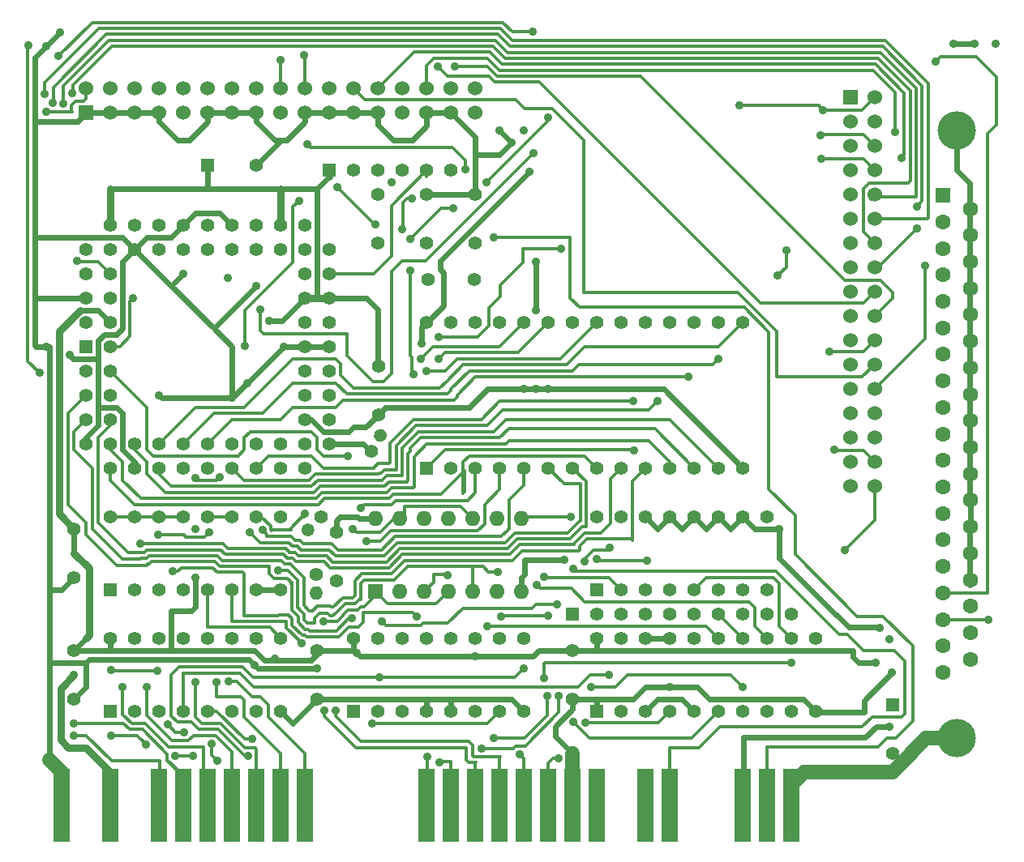
<source format=gbl>
%TF.GenerationSoftware,KiCad,Pcbnew,(5.1.6-0)*%
%TF.CreationDate,2020-08-03T14:04:14-05:00*%
%TF.ProjectId,isa_fdc.kicad_DB37-v3.1_pcb,6973615f-6664-4632-9e6b-696361645f44,rev?*%
%TF.SameCoordinates,Original*%
%TF.FileFunction,Copper,L2,Bot*%
%TF.FilePolarity,Positive*%
%FSLAX46Y46*%
G04 Gerber Fmt 4.6, Leading zero omitted, Abs format (unit mm)*
G04 Created by KiCad (PCBNEW (5.1.6-0)) date 2020-08-03 14:04:14*
%MOMM*%
%LPD*%
G01*
G04 APERTURE LIST*
%TA.AperFunction,ComponentPad*%
%ADD10C,1.400000*%
%TD*%
%TA.AperFunction,ComponentPad*%
%ADD11C,4.000000*%
%TD*%
%TA.AperFunction,ComponentPad*%
%ADD12C,1.600000*%
%TD*%
%TA.AperFunction,ComponentPad*%
%ADD13R,1.600000X1.600000*%
%TD*%
%TA.AperFunction,ComponentPad*%
%ADD14C,1.524000*%
%TD*%
%TA.AperFunction,ComponentPad*%
%ADD15R,1.524000X1.524000*%
%TD*%
%TA.AperFunction,ComponentPad*%
%ADD16O,1.400000X1.400000*%
%TD*%
%TA.AperFunction,ComponentPad*%
%ADD17O,1.600000X1.600000*%
%TD*%
%TA.AperFunction,ComponentPad*%
%ADD18C,1.397000*%
%TD*%
%TA.AperFunction,ComponentPad*%
%ADD19R,1.397000X1.397000*%
%TD*%
%TA.AperFunction,ConnectorPad*%
%ADD20R,1.778000X7.620000*%
%TD*%
%TA.AperFunction,ViaPad*%
%ADD21C,0.889000*%
%TD*%
%TA.AperFunction,Conductor*%
%ADD22C,0.368300*%
%TD*%
%TA.AperFunction,Conductor*%
%ADD23C,0.632460*%
%TD*%
%TA.AperFunction,Conductor*%
%ADD24C,1.524000*%
%TD*%
%TA.AperFunction,Conductor*%
%ADD25C,0.762000*%
%TD*%
G04 APERTURE END LIST*
D10*
%TO.P,R3,1*%
%TO.N,/IDENT*%
X136440000Y-92220000D03*
%TO.P,R3,2*%
%TO.N,VCC*%
%TA.AperFunction,ComponentPad*%
G36*
G01*
X137040000Y-91180770D02*
X137040000Y-91180770D01*
G75*
G02*
X136783782Y-90224552I350000J606218D01*
G01*
X136783782Y-90224552D01*
G75*
G02*
X137740000Y-89968334I606218J-350000D01*
G01*
X137740000Y-89968334D01*
G75*
G02*
X137996218Y-90924552I-350000J-606218D01*
G01*
X137996218Y-90924552D01*
G75*
G02*
X137040000Y-91180770I-606218J350000D01*
G01*
G37*
%TD.AperFunction*%
%TD*%
D11*
%TO.P,P2,0*%
%TO.N,GND*%
X197570000Y-58670000D03*
X197570000Y-122170000D03*
D12*
%TO.P,P2,37*%
X198990000Y-113965000D03*
%TO.P,P2,36*%
X198990000Y-111195000D03*
%TO.P,P2,35*%
X198990000Y-108425000D03*
%TO.P,P2,34*%
X198990000Y-105655000D03*
%TO.P,P2,33*%
X198990000Y-102885000D03*
%TO.P,P2,32*%
X198990000Y-100115000D03*
%TO.P,P2,31*%
X198990000Y-97345000D03*
%TO.P,P2,30*%
X198990000Y-94575000D03*
%TO.P,P2,29*%
X198990000Y-91805000D03*
%TO.P,P2,28*%
X198990000Y-89035000D03*
%TO.P,P2,27*%
X198990000Y-86265000D03*
%TO.P,P2,26*%
X198990000Y-83495000D03*
%TO.P,P2,25*%
X198990000Y-80725000D03*
%TO.P,P2,24*%
X198990000Y-77955000D03*
%TO.P,P2,23*%
X198990000Y-75185000D03*
%TO.P,P2,22*%
X198990000Y-72415000D03*
%TO.P,P2,21*%
X198990000Y-69645000D03*
%TO.P,P2,20*%
X198990000Y-66875000D03*
%TO.P,P2,19*%
%TO.N,/DSKCG*%
X196150000Y-115350000D03*
%TO.P,P2,18*%
%TO.N,/HDSEL*%
X196150000Y-112580000D03*
%TO.P,P2,17*%
%TO.N,/RDATA*%
X196150000Y-109810000D03*
%TO.P,P2,16*%
%TO.N,/WP*%
X196150000Y-107040000D03*
%TO.P,P2,15*%
%TO.N,/TRK00*%
X196150000Y-104270000D03*
%TO.P,P2,14*%
%TO.N,/WE*%
X196150000Y-101500000D03*
%TO.P,P2,13*%
%TO.N,/WDATA*%
X196150000Y-98730000D03*
%TO.P,P2,12*%
%TO.N,/STEP*%
X196150000Y-95960000D03*
%TO.P,P2,11*%
%TO.N,/DIR*%
X196150000Y-93190000D03*
%TO.P,P2,10*%
%TO.N,/ME3*%
X196150000Y-90420000D03*
%TO.P,P2,9*%
%TO.N,/DS2*%
X196150000Y-87650000D03*
%TO.P,P2,8*%
%TO.N,/DS3*%
X196150000Y-84880000D03*
%TO.P,P2,7*%
%TO.N,/ME2*%
X196150000Y-82110000D03*
%TO.P,P2,6*%
%TO.N,/INDEX*%
X196150000Y-79340000D03*
%TO.P,P2,5*%
%TO.N,Net-(P2-Pad5)*%
X196150000Y-76570000D03*
%TO.P,P2,4*%
%TO.N,Net-(P2-Pad4)*%
X196150000Y-73800000D03*
%TO.P,P2,3*%
%TO.N,/DENSL*%
X196150000Y-71030000D03*
%TO.P,P2,2*%
%TO.N,Net-(P2-Pad2)*%
X196150000Y-68260000D03*
D13*
%TO.P,P2,1*%
%TO.N,Net-(P2-Pad1)*%
X196150000Y-65490000D03*
%TD*%
D14*
%TO.P,P3,34*%
%TO.N,/DSKCG*%
X189010000Y-95870000D03*
%TO.P,P3,33*%
%TO.N,Net-(P3-Pad33)*%
X186470000Y-95870000D03*
%TO.P,P3,32*%
%TO.N,/HDSEL*%
X189010000Y-93330000D03*
%TO.P,P3,31*%
%TO.N,GND*%
X186470000Y-93330000D03*
%TO.P,P3,29*%
X186470000Y-90790000D03*
%TO.P,P3,30*%
%TO.N,/RDATA*%
X189010000Y-90790000D03*
%TO.P,P3,27*%
%TO.N,Net-(P3-Pad27)*%
X186470000Y-88250000D03*
%TO.P,P3,28*%
%TO.N,/WP*%
X189010000Y-88250000D03*
%TO.P,P3,26*%
%TO.N,/TRK00*%
X189010000Y-85710000D03*
%TO.P,P3,25*%
%TO.N,GND*%
X186470000Y-85710000D03*
%TO.P,P3,24*%
%TO.N,/WE*%
X189010000Y-83170000D03*
%TO.P,P3,23*%
%TO.N,GND*%
X186470000Y-83170000D03*
%TO.P,P3,22*%
%TO.N,/WDATA*%
X189010000Y-80630000D03*
%TO.P,P3,21*%
%TO.N,GND*%
X186470000Y-80630000D03*
%TO.P,P3,20*%
%TO.N,/STEP*%
X189010000Y-78090000D03*
%TO.P,P3,19*%
%TO.N,GND*%
X186470000Y-78090000D03*
%TO.P,P3,18*%
%TO.N,/DIR*%
X189010000Y-75550000D03*
%TO.P,P3,17*%
%TO.N,Net-(P3-Pad17)*%
X186470000Y-75550000D03*
%TO.P,P3,16*%
%TO.N,/ME3*%
X189010000Y-73010000D03*
%TO.P,P3,15*%
%TO.N,GND*%
X186470000Y-73010000D03*
%TO.P,P3,14*%
%TO.N,/DS2*%
X189010000Y-70470000D03*
%TO.P,P3,13*%
%TO.N,GND*%
X186470000Y-70470000D03*
%TO.P,P3,12*%
%TO.N,/DS3*%
X189010000Y-67930000D03*
%TO.P,P3,11*%
%TO.N,GND*%
X186470000Y-67930000D03*
%TO.P,P3,10*%
%TO.N,/ME2*%
X189010000Y-65390000D03*
%TO.P,P3,9*%
%TO.N,Net-(P3-Pad9)*%
X186470000Y-65390000D03*
%TO.P,P3,8*%
%TO.N,/INDEX*%
X189010000Y-62850000D03*
%TO.P,P3,7*%
%TO.N,GND*%
X186470000Y-62850000D03*
%TO.P,P3,6*%
%TO.N,/DRATE0*%
X189010000Y-60310000D03*
%TO.P,P3,5*%
%TO.N,GND*%
X186470000Y-60310000D03*
%TO.P,P3,4*%
%TO.N,Net-(P3-Pad4)*%
X189010000Y-57770000D03*
%TO.P,P3,3*%
%TO.N,GND*%
X186470000Y-57770000D03*
%TO.P,P3,2*%
%TO.N,/DENSL*%
X189010000Y-55230000D03*
D15*
%TO.P,P3,1*%
%TO.N,GND*%
X186470000Y-55230000D03*
%TD*%
D10*
%TO.P,R2,1*%
%TO.N,/GT3*%
X130690000Y-105120000D03*
D16*
%TO.P,R2,2*%
%TO.N,VCC*%
X130690000Y-107020000D03*
%TD*%
%TO.P,R1,2*%
%TO.N,/GT2*%
%TA.AperFunction,ComponentPad*%
G36*
G01*
X130321472Y-99958528D02*
X130321472Y-99958528D01*
G75*
G02*
X130321472Y-100948478I-494975J-494975D01*
G01*
X130321472Y-100948478D01*
G75*
G02*
X129331522Y-100948478I-494975J494975D01*
G01*
X129331522Y-100948478D01*
G75*
G02*
X129331522Y-99958528I494975J494975D01*
G01*
X129331522Y-99958528D01*
G75*
G02*
X130321472Y-99958528I494975J-494975D01*
G01*
G37*
%TD.AperFunction*%
D10*
%TO.P,R1,1*%
%TO.N,VCC*%
X131170000Y-99110000D03*
%TD*%
D13*
%TO.P,U2,1*%
%TO.N,/GT3*%
X136880000Y-106910000D03*
D17*
%TO.P,U2,8*%
%TO.N,/DRQ2*%
X152120000Y-99290000D03*
%TO.P,U2,2*%
%TO.N,/~DACK3*%
X139420000Y-106910000D03*
%TO.P,U2,9*%
%TO.N,/DRQ*%
X149580000Y-99290000D03*
%TO.P,U2,3*%
%TO.N,/~DACK*%
X141960000Y-106910000D03*
%TO.P,U2,10*%
%TO.N,/GT2*%
X147040000Y-99290000D03*
%TO.P,U2,4*%
%TO.N,/GT3*%
X144500000Y-106910000D03*
%TO.P,U2,11*%
%TO.N,/~DACK*%
X144500000Y-99290000D03*
%TO.P,U2,5*%
%TO.N,/DRQ*%
X147040000Y-106910000D03*
%TO.P,U2,12*%
%TO.N,/~DACK2*%
X141960000Y-99290000D03*
%TO.P,U2,6*%
%TO.N,/DRQ3*%
X149580000Y-106910000D03*
%TO.P,U2,13*%
%TO.N,/GT2*%
X139420000Y-99290000D03*
%TO.P,U2,7*%
%TO.N,GND*%
X152120000Y-106910000D03*
%TO.P,U2,14*%
%TO.N,VCC*%
X136880000Y-99290000D03*
%TD*%
D18*
%TO.P,C2,1*%
%TO.N,VCC*%
X132790000Y-100680000D03*
%TO.P,C2,2*%
%TO.N,GND*%
X132790000Y-105760000D03*
%TD*%
D19*
%TO.P,SW1,1*%
%TO.N,/IRQ3*%
X109220000Y-106680000D03*
D18*
%TO.P,SW1,2*%
%TO.N,/IRQ4*%
X111760000Y-106680000D03*
%TO.P,SW1,3*%
%TO.N,/IRQ5*%
X114300000Y-106680000D03*
%TO.P,SW1,4*%
%TO.N,/IRQ6*%
X116840000Y-106680000D03*
%TO.P,SW1,5*%
%TO.N,/0x370*%
X119380000Y-106680000D03*
%TO.P,SW1,6*%
%TO.N,/0x3F0*%
X121920000Y-106680000D03*
%TO.P,SW1,7*%
%TO.N,GND*%
X124460000Y-106680000D03*
%TO.P,SW1,8*%
X127000000Y-106680000D03*
%TO.P,SW1,9*%
%TO.N,/GT3*%
X127000000Y-99060000D03*
%TO.P,SW1,10*%
%TO.N,/GT2*%
X124460000Y-99060000D03*
%TO.P,SW1,11*%
%TO.N,/~FDC_CS*%
X121920000Y-99060000D03*
%TO.P,SW1,12*%
X119380000Y-99060000D03*
%TO.P,SW1,13*%
%TO.N,/FDC_IRQ*%
X116840000Y-99060000D03*
%TO.P,SW1,14*%
X114300000Y-99060000D03*
%TO.P,SW1,15*%
X111760000Y-99060000D03*
%TO.P,SW1,16*%
X109220000Y-99060000D03*
%TD*%
D20*
%TO.P,BUS1,1*%
%TO.N,GND*%
X180340000Y-129200000D03*
%TO.P,BUS1,2*%
%TO.N,/RESETDRV*%
X177800000Y-129200000D03*
%TO.P,BUS1,3*%
%TO.N,VCC*%
X175260000Y-129200000D03*
%TO.P,BUS1,6*%
%TO.N,/DRQ2*%
X167640000Y-129200000D03*
%TO.P,BUS1,7*%
%TO.N,VSS*%
X165100000Y-129200000D03*
%TO.P,BUS1,9*%
%TO.N,VDD*%
X160020000Y-129200000D03*
%TO.P,BUS1,10*%
%TO.N,GND*%
X157480000Y-129200000D03*
%TO.P,BUS1,11*%
%TO.N,/~MEMW*%
X154940000Y-129200000D03*
%TO.P,BUS1,12*%
%TO.N,/~MEMR*%
X152400000Y-129200000D03*
%TO.P,BUS1,13*%
%TO.N,/~IOW*%
X149860000Y-129200000D03*
%TO.P,BUS1,14*%
%TO.N,/~IOR*%
X147320000Y-129200000D03*
%TO.P,BUS1,21*%
%TO.N,/IRQ7*%
X129540000Y-129200000D03*
%TO.P,BUS1,22*%
%TO.N,/IRQ6*%
X127000000Y-129200000D03*
%TO.P,BUS1,23*%
%TO.N,/IRQ5*%
X124460000Y-129200000D03*
%TO.P,BUS1,24*%
%TO.N,/IRQ4*%
X121920000Y-129200000D03*
%TO.P,BUS1,25*%
%TO.N,/IRQ3*%
X119380000Y-129200000D03*
%TO.P,BUS1,26*%
%TO.N,/~DACK2*%
X116840000Y-129200000D03*
%TO.P,BUS1,27*%
%TO.N,/TC*%
X114300000Y-129200000D03*
%TO.P,BUS1,29*%
%TO.N,VCC*%
X109220000Y-129200000D03*
%TO.P,BUS1,31*%
%TO.N,GND*%
X104140000Y-129200000D03*
%TO.P,BUS1,15*%
%TO.N,/~DACK3*%
X144780000Y-129200000D03*
%TO.P,BUS1,16*%
%TO.N,/DRQ3*%
X142240000Y-129200000D03*
%TD*%
D18*
%TO.P,C11,2*%
%TO.N,GND*%
X190890000Y-123800000D03*
D19*
%TO.P,C11,1*%
%TO.N,VCC*%
X190890000Y-118720000D03*
%TD*%
%TO.P,C12,1*%
%TO.N,VCC*%
X119350000Y-62340000D03*
D18*
%TO.P,C12,2*%
%TO.N,GND*%
X124430000Y-62340000D03*
%TD*%
D19*
%TO.P,U5,1*%
%TO.N,GND*%
X160020000Y-119380000D03*
D18*
%TO.P,U5,2*%
%TO.N,/A19*%
X162560000Y-119380000D03*
%TO.P,U5,3*%
%TO.N,VCC*%
X165100000Y-119380000D03*
%TO.P,U5,4*%
%TO.N,/A18*%
X167640000Y-119380000D03*
%TO.P,U5,5*%
%TO.N,VCC*%
X170180000Y-119380000D03*
%TO.P,U5,6*%
%TO.N,/A17*%
X172720000Y-119380000D03*
%TO.P,U5,7*%
%TO.N,Net-(RR1-Pad4)*%
X175260000Y-119380000D03*
%TO.P,U5,8*%
%TO.N,/A16*%
X177800000Y-119380000D03*
%TO.P,U5,9*%
%TO.N,Net-(RR1-Pad5)*%
X180340000Y-119380000D03*
%TO.P,U5,10*%
%TO.N,GND*%
X182880000Y-119380000D03*
%TO.P,U5,11*%
%TO.N,/A15*%
X182880000Y-111760000D03*
%TO.P,U5,12*%
%TO.N,Net-(RR1-Pad6)*%
X180340000Y-111760000D03*
%TO.P,U5,13*%
%TO.N,/A14*%
X177800000Y-111760000D03*
%TO.P,U5,14*%
%TO.N,Net-(RR1-Pad7)*%
X175260000Y-111760000D03*
%TO.P,U5,15*%
%TO.N,/A13*%
X172720000Y-111760000D03*
%TO.P,U5,16*%
%TO.N,Net-(RR1-Pad8)*%
X170180000Y-111760000D03*
%TO.P,U5,17*%
%TO.N,GND*%
X167640000Y-111760000D03*
%TO.P,U5,18*%
X165100000Y-111760000D03*
%TO.P,U5,19*%
%TO.N,/~ROM_CS_IN*%
X162560000Y-111760000D03*
%TO.P,U5,20*%
%TO.N,VCC*%
X160020000Y-111760000D03*
%TD*%
D19*
%TO.P,U7,1*%
%TO.N,/A7*%
X109220000Y-119380000D03*
D18*
%TO.P,U7,2*%
%TO.N,/A5*%
X111760000Y-119380000D03*
%TO.P,U7,3*%
%TO.N,/A4*%
X114300000Y-119380000D03*
%TO.P,U7,4*%
%TO.N,/AEN*%
X116840000Y-119380000D03*
%TO.P,U7,5*%
%TO.N,Net-(U6-Pad7)*%
X119380000Y-119380000D03*
%TO.P,U7,6*%
%TO.N,VCC*%
X121920000Y-119380000D03*
%TO.P,U7,7*%
%TO.N,/0x3F0*%
X124460000Y-119380000D03*
%TO.P,U7,8*%
%TO.N,GND*%
X127000000Y-119380000D03*
%TO.P,U7,9*%
%TO.N,/0x370*%
X127000000Y-111760000D03*
%TO.P,U7,10*%
%TO.N,Net-(U7-Pad10)*%
X124460000Y-111760000D03*
%TO.P,U7,11*%
%TO.N,Net-(U7-Pad11)*%
X121920000Y-111760000D03*
%TO.P,U7,12*%
%TO.N,Net-(U7-Pad12)*%
X119380000Y-111760000D03*
%TO.P,U7,13*%
%TO.N,Net-(U7-Pad13)*%
X116840000Y-111760000D03*
%TO.P,U7,14*%
%TO.N,Net-(U7-Pad14)*%
X114300000Y-111760000D03*
%TO.P,U7,15*%
%TO.N,Net-(U7-Pad15)*%
X111760000Y-111760000D03*
%TO.P,U7,16*%
%TO.N,VCC*%
X109220000Y-111760000D03*
%TD*%
D19*
%TO.P,U6,1*%
%TO.N,/A6*%
X134620000Y-119380000D03*
D18*
%TO.P,U6,2*%
%TO.N,/A8*%
X137160000Y-119380000D03*
%TO.P,U6,3*%
%TO.N,/A9*%
X139700000Y-119380000D03*
%TO.P,U6,4*%
%TO.N,GND*%
X142240000Y-119380000D03*
%TO.P,U6,5*%
X144780000Y-119380000D03*
%TO.P,U6,6*%
%TO.N,VCC*%
X147320000Y-119380000D03*
%TO.P,U6,7*%
%TO.N,Net-(U6-Pad7)*%
X149860000Y-119380000D03*
%TO.P,U6,8*%
%TO.N,GND*%
X152400000Y-119380000D03*
%TO.P,U6,9*%
%TO.N,Net-(U6-Pad9)*%
X152400000Y-111760000D03*
%TO.P,U6,10*%
%TO.N,Net-(U6-Pad10)*%
X149860000Y-111760000D03*
%TO.P,U6,11*%
%TO.N,Net-(U6-Pad11)*%
X147320000Y-111760000D03*
%TO.P,U6,12*%
%TO.N,Net-(U6-Pad12)*%
X144780000Y-111760000D03*
%TO.P,U6,13*%
%TO.N,Net-(U6-Pad13)*%
X142240000Y-111760000D03*
%TO.P,U6,14*%
%TO.N,Net-(U6-Pad14)*%
X139700000Y-111760000D03*
%TO.P,U6,15*%
%TO.N,Net-(U6-Pad15)*%
X137160000Y-111760000D03*
%TO.P,U6,16*%
%TO.N,VCC*%
X134620000Y-111760000D03*
%TD*%
D19*
%TO.P,SW2,1*%
%TO.N,/~ROM_CS*%
X160020000Y-106680000D03*
D18*
%TO.P,SW2,2*%
%TO.N,/~ROMW*%
X162560000Y-106680000D03*
%TO.P,SW2,3*%
%TO.N,Net-(RR1-Pad4)*%
X165100000Y-106680000D03*
%TO.P,SW2,4*%
%TO.N,Net-(RR1-Pad5)*%
X167640000Y-106680000D03*
%TO.P,SW2,5*%
%TO.N,Net-(RR1-Pad6)*%
X170180000Y-106680000D03*
%TO.P,SW2,6*%
%TO.N,Net-(RR1-Pad7)*%
X172720000Y-106680000D03*
%TO.P,SW2,7*%
%TO.N,Net-(RR1-Pad8)*%
X175260000Y-106680000D03*
%TO.P,SW2,8*%
%TO.N,Net-(SW2-Pad8)*%
X177800000Y-106680000D03*
%TO.P,SW2,9*%
%TO.N,Net-(SW2-Pad9)*%
X177800000Y-99060000D03*
%TO.P,SW2,10*%
%TO.N,GND*%
X175260000Y-99060000D03*
%TO.P,SW2,11*%
X172720000Y-99060000D03*
%TO.P,SW2,12*%
X170180000Y-99060000D03*
%TO.P,SW2,13*%
X167640000Y-99060000D03*
%TO.P,SW2,14*%
X165100000Y-99060000D03*
%TO.P,SW2,15*%
%TO.N,/~MEMW*%
X162560000Y-99060000D03*
%TO.P,SW2,16*%
%TO.N,/~ROM_CS_IN*%
X160020000Y-99060000D03*
%TD*%
%TO.P,C1,1*%
%TO.N,VCC*%
X105410000Y-100330000D03*
%TO.P,C1,2*%
%TO.N,GND*%
X105410000Y-105410000D03*
%TD*%
%TO.P,C7,1*%
%TO.N,VCC*%
X105410000Y-113030000D03*
%TO.P,C7,2*%
%TO.N,GND*%
X105410000Y-118110000D03*
%TD*%
%TO.P,C6,1*%
%TO.N,VCC*%
X130810000Y-113030000D03*
%TO.P,C6,2*%
%TO.N,GND*%
X130810000Y-118110000D03*
%TD*%
%TO.P,C5,1*%
%TO.N,VCC*%
X157470000Y-113020000D03*
%TO.P,C5,2*%
%TO.N,GND*%
X157470000Y-118100000D03*
%TD*%
%TO.P,C4,1*%
%TO.N,VCC*%
X137170000Y-83310000D03*
%TO.P,C4,2*%
%TO.N,GND*%
X137170000Y-88390000D03*
%TD*%
%TO.P,C16,1*%
%TO.N,Net-(C16-Pad1)*%
X142240000Y-70485000D03*
%TO.P,C16,2*%
%TO.N,GND*%
X142240000Y-65405000D03*
%TD*%
%TO.P,C15,1*%
%TO.N,Net-(C15-Pad1)*%
X147320000Y-70485000D03*
%TO.P,C15,2*%
%TO.N,GND*%
X147320000Y-65405000D03*
%TD*%
D19*
%TO.P,U4,1*%
%TO.N,/RDY/~BUSY*%
X142240000Y-93980000D03*
D18*
%TO.P,U4,2*%
%TO.N,/A12*%
X144780000Y-93980000D03*
%TO.P,U4,3*%
%TO.N,/A7*%
X147320000Y-93980000D03*
%TO.P,U4,4*%
%TO.N,/A6*%
X149860000Y-93980000D03*
%TO.P,U4,5*%
%TO.N,/A5*%
X152400000Y-93980000D03*
%TO.P,U4,6*%
%TO.N,/A4*%
X154940000Y-93980000D03*
%TO.P,U4,7*%
%TO.N,/A3*%
X157480000Y-93980000D03*
%TO.P,U4,8*%
%TO.N,/A2*%
X160020000Y-93980000D03*
%TO.P,U4,9*%
%TO.N,/A1*%
X162560000Y-93980000D03*
%TO.P,U4,10*%
%TO.N,/A0*%
X165100000Y-93980000D03*
%TO.P,U4,11*%
%TO.N,/D0*%
X167640000Y-93980000D03*
%TO.P,U4,12*%
%TO.N,/D1*%
X170180000Y-93980000D03*
%TO.P,U4,13*%
%TO.N,/D2*%
X172720000Y-93980000D03*
%TO.P,U4,14*%
%TO.N,GND*%
X175260000Y-93980000D03*
%TO.P,U4,15*%
%TO.N,/D3*%
X175260000Y-78740000D03*
%TO.P,U4,16*%
%TO.N,/D4*%
X172720000Y-78740000D03*
%TO.P,U4,17*%
%TO.N,/D5*%
X170180000Y-78740000D03*
%TO.P,U4,18*%
%TO.N,/D6*%
X167640000Y-78740000D03*
%TO.P,U4,19*%
%TO.N,/D7*%
X165100000Y-78740000D03*
%TO.P,U4,20*%
%TO.N,/~ROM_CS*%
X162560000Y-78740000D03*
%TO.P,U4,21*%
%TO.N,/A10*%
X160020000Y-78740000D03*
%TO.P,U4,22*%
%TO.N,/~MEMR*%
X157480000Y-78740000D03*
%TO.P,U4,23*%
%TO.N,/A11*%
X154940000Y-78740000D03*
%TO.P,U4,24*%
%TO.N,/A9*%
X152400000Y-78740000D03*
%TO.P,U4,25*%
%TO.N,/A8*%
X149860000Y-78740000D03*
%TO.P,U4,26*%
%TO.N,Net-(U4-Pad26)*%
X147320000Y-78740000D03*
%TO.P,U4,27*%
%TO.N,/~ROMW*%
X144780000Y-78740000D03*
%TO.P,U4,28*%
%TO.N,VCC*%
X142240000Y-78740000D03*
%TD*%
%TO.P,C17,1*%
%TO.N,Net-(C17-Pad1)*%
X137160000Y-65405000D03*
%TO.P,C17,2*%
%TO.N,Net-(C17-Pad2)*%
X137160000Y-70485000D03*
%TD*%
D19*
%TO.P,U1,1*%
%TO.N,/WP*%
X106680000Y-81280000D03*
D18*
%TO.P,U1,2*%
%TO.N,/TRK00*%
X109220000Y-81280000D03*
%TO.P,U1,3*%
%TO.N,/~DACK*%
X106680000Y-83820000D03*
%TO.P,U1,4*%
%TO.N,/~IOR*%
X109220000Y-83820000D03*
%TO.P,U1,5*%
%TO.N,/~IOW*%
X106680000Y-86360000D03*
%TO.P,U1,6*%
%TO.N,/~FDC_CS*%
X109220000Y-86360000D03*
%TO.P,U1,7*%
%TO.N,/A0*%
X106680000Y-88900000D03*
%TO.P,U1,8*%
%TO.N,/A1*%
X109220000Y-88900000D03*
%TO.P,U1,9*%
%TO.N,GND*%
X106680000Y-91440000D03*
%TO.P,U1,10*%
%TO.N,/A2*%
X109220000Y-93980000D03*
%TO.P,U1,11*%
%TO.N,/D0*%
X109220000Y-91440000D03*
%TO.P,U1,12*%
%TO.N,GND*%
X111760000Y-93980000D03*
%TO.P,U1,13*%
%TO.N,/D1*%
X111760000Y-91440000D03*
%TO.P,U1,14*%
%TO.N,/D2*%
X114300000Y-93980000D03*
%TO.P,U1,15*%
%TO.N,/D3*%
X114300000Y-91440000D03*
%TO.P,U1,16*%
%TO.N,GND*%
X116840000Y-93980000D03*
%TO.P,U1,17*%
%TO.N,/D4*%
X116840000Y-91440000D03*
%TO.P,U1,18*%
%TO.N,VCC*%
X119380000Y-93980000D03*
%TO.P,U1,19*%
%TO.N,/D5*%
X119380000Y-91440000D03*
%TO.P,U1,20*%
%TO.N,/D6*%
X121920000Y-93980000D03*
%TO.P,U1,21*%
%TO.N,GND*%
X121920000Y-91440000D03*
%TO.P,U1,22*%
%TO.N,/D7*%
X124460000Y-93980000D03*
%TO.P,U1,23*%
%TO.N,/FDC_IRQ*%
X124460000Y-91440000D03*
%TO.P,U1,24*%
%TO.N,/DRQ*%
X127000000Y-93980000D03*
%TO.P,U1,25*%
%TO.N,/TC*%
X127000000Y-91440000D03*
%TO.P,U1,26*%
%TO.N,/INDEX*%
X129540000Y-93980000D03*
%TO.P,U1,27*%
%TO.N,/IDENT*%
X132080000Y-91440000D03*
%TO.P,U1,28*%
%TO.N,/DRATE0*%
X129540000Y-91440000D03*
%TO.P,U1,29*%
%TO.N,Net-(U1-Pad29)*%
X132080000Y-88900000D03*
%TO.P,U1,30*%
%TO.N,GND*%
X129540000Y-88900000D03*
%TO.P,U1,31*%
%TO.N,/DSKCG*%
X132080000Y-86360000D03*
%TO.P,U1,32*%
%TO.N,/RESETDRV*%
X129540000Y-86360000D03*
%TO.P,U1,33*%
%TO.N,Net-(C15-Pad1)*%
X132080000Y-83820000D03*
%TO.P,U1,34*%
%TO.N,Net-(C16-Pad1)*%
X129540000Y-83820000D03*
%TO.P,U1,35*%
%TO.N,GND*%
X132080000Y-81280000D03*
%TO.P,U1,36*%
X129540000Y-81280000D03*
%TO.P,U1,37*%
%TO.N,Net-(C17-Pad2)*%
X132080000Y-78740000D03*
%TO.P,U1,38*%
%TO.N,Net-(C17-Pad1)*%
X129540000Y-78740000D03*
%TO.P,U1,39*%
%TO.N,VCC*%
X132080000Y-76200000D03*
%TO.P,U1,40*%
X129540000Y-76200000D03*
%TO.P,U1,41*%
%TO.N,/RDATA*%
X132080000Y-73660000D03*
%TO.P,U1,42*%
%TO.N,Net-(U1-Pad42)*%
X129540000Y-73660000D03*
%TO.P,U1,43*%
%TO.N,Net-(U1-Pad43)*%
X132080000Y-71120000D03*
%TO.P,U1,44*%
%TO.N,Net-(U1-Pad44)*%
X129540000Y-68580000D03*
%TO.P,U1,45*%
%TO.N,GND*%
X129540000Y-71120000D03*
%TO.P,U1,46*%
%TO.N,VCC*%
X127000000Y-68580000D03*
%TO.P,U1,47*%
%TO.N,Net-(U1-Pad47)*%
X127000000Y-71120000D03*
%TO.P,U1,48*%
%TO.N,Net-(U1-Pad48)*%
X124460000Y-68580000D03*
%TO.P,U1,49*%
%TO.N,/DENSL*%
X124460000Y-71120000D03*
%TO.P,U1,50*%
%TO.N,GND*%
X121920000Y-68580000D03*
%TO.P,U1,51*%
%TO.N,/HDSEL*%
X121920000Y-71120000D03*
%TO.P,U1,52*%
%TO.N,/WE*%
X119380000Y-68580000D03*
%TO.P,U1,53*%
%TO.N,/WDATA*%
X119380000Y-71120000D03*
%TO.P,U1,54*%
%TO.N,GND*%
X116840000Y-68580000D03*
%TO.P,U1,55*%
%TO.N,/STEP*%
X116840000Y-71120000D03*
%TO.P,U1,56*%
%TO.N,/DIR*%
X114300000Y-68580000D03*
%TO.P,U1,57*%
%TO.N,/MEA*%
X114300000Y-71120000D03*
%TO.P,U1,58*%
%TO.N,/DSA*%
X111760000Y-68580000D03*
%TO.P,U1,59*%
%TO.N,GND*%
X111760000Y-71120000D03*
%TO.P,U1,60*%
%TO.N,VCC*%
X109220000Y-68580000D03*
%TO.P,U1,61*%
%TO.N,/MEB*%
X106680000Y-71120000D03*
%TO.P,U1,62*%
%TO.N,/DSB*%
X109220000Y-71120000D03*
%TO.P,U1,63*%
%TO.N,/ME2*%
X106680000Y-73660000D03*
%TO.P,U1,64*%
%TO.N,/DS2*%
X109220000Y-73660000D03*
%TO.P,U1,65*%
%TO.N,GND*%
X106680000Y-76200000D03*
%TO.P,U1,66*%
%TO.N,/ME3*%
X109220000Y-76200000D03*
%TO.P,U1,67*%
%TO.N,/DS3*%
X106680000Y-78740000D03*
%TO.P,U1,68*%
%TO.N,VCC*%
X109220000Y-78740000D03*
%TD*%
D15*
%TO.P,P1,1*%
%TO.N,GND*%
X106670000Y-56840000D03*
D14*
%TO.P,P1,2*%
%TO.N,/DENSL*%
X106670000Y-54300000D03*
%TO.P,P1,3*%
%TO.N,GND*%
X109210000Y-56840000D03*
%TO.P,P1,4*%
%TO.N,Net-(P1-Pad4)*%
X109210000Y-54300000D03*
%TO.P,P1,5*%
%TO.N,GND*%
X111750000Y-56840000D03*
%TO.P,P1,6*%
%TO.N,/DRATE0*%
X111750000Y-54300000D03*
%TO.P,P1,7*%
%TO.N,GND*%
X114290000Y-56840000D03*
%TO.P,P1,8*%
%TO.N,/INDEX*%
X114290000Y-54300000D03*
%TO.P,P1,9*%
%TO.N,Net-(P1-Pad9)*%
X116830000Y-56840000D03*
%TO.P,P1,10*%
%TO.N,/MEA*%
X116830000Y-54300000D03*
%TO.P,P1,11*%
%TO.N,GND*%
X119370000Y-56840000D03*
%TO.P,P1,12*%
%TO.N,/DSB*%
X119370000Y-54300000D03*
%TO.P,P1,13*%
%TO.N,GND*%
X121910000Y-56840000D03*
%TO.P,P1,14*%
%TO.N,/DSA*%
X121910000Y-54300000D03*
%TO.P,P1,15*%
%TO.N,GND*%
X124450000Y-56840000D03*
%TO.P,P1,16*%
%TO.N,/MEB*%
X124450000Y-54300000D03*
%TO.P,P1,17*%
%TO.N,Net-(P1-Pad17)*%
X126990000Y-56840000D03*
%TO.P,P1,18*%
%TO.N,/DIR*%
X126990000Y-54300000D03*
%TO.P,P1,19*%
%TO.N,GND*%
X129530000Y-56840000D03*
%TO.P,P1,20*%
%TO.N,/STEP*%
X129530000Y-54300000D03*
%TO.P,P1,21*%
%TO.N,GND*%
X132070000Y-56840000D03*
%TO.P,P1,22*%
%TO.N,/WDATA*%
X132070000Y-54300000D03*
%TO.P,P1,23*%
%TO.N,GND*%
X134610000Y-56840000D03*
%TO.P,P1,24*%
%TO.N,/WE*%
X134610000Y-54300000D03*
%TO.P,P1,25*%
%TO.N,GND*%
X137150000Y-56840000D03*
%TO.P,P1,26*%
%TO.N,/TRK00*%
X137150000Y-54300000D03*
%TO.P,P1,28*%
%TO.N,/WP*%
X139690000Y-54300000D03*
%TO.P,P1,27*%
%TO.N,Net-(P1-Pad27)*%
X139690000Y-56840000D03*
%TO.P,P1,30*%
%TO.N,/RDATA*%
X142230000Y-54300000D03*
%TO.P,P1,29*%
%TO.N,GND*%
X142230000Y-56840000D03*
%TO.P,P1,31*%
X144770000Y-56840000D03*
%TO.P,P1,32*%
%TO.N,/HDSEL*%
X144770000Y-54300000D03*
%TO.P,P1,33*%
%TO.N,Net-(P1-Pad33)*%
X147310000Y-56840000D03*
%TO.P,P1,34*%
%TO.N,/DSKCG*%
X147310000Y-54300000D03*
%TD*%
D19*
%TO.P,RR1,1*%
%TO.N,VCC*%
X157480000Y-109220000D03*
D18*
%TO.P,RR1,2*%
%TO.N,/~ROM_CS*%
X160020000Y-109220000D03*
%TO.P,RR1,3*%
%TO.N,/~ROMW*%
X162560000Y-109220000D03*
%TO.P,RR1,4*%
%TO.N,Net-(RR1-Pad4)*%
X165100000Y-109220000D03*
%TO.P,RR1,5*%
%TO.N,Net-(RR1-Pad5)*%
X167640000Y-109220000D03*
%TO.P,RR1,6*%
%TO.N,Net-(RR1-Pad6)*%
X170180000Y-109220000D03*
%TO.P,RR1,7*%
%TO.N,Net-(RR1-Pad7)*%
X172720000Y-109220000D03*
%TO.P,RR1,8*%
%TO.N,Net-(RR1-Pad8)*%
X175260000Y-109220000D03*
%TO.P,RR1,9*%
%TO.N,Net-(RR1-Pad9)*%
X177800000Y-109220000D03*
%TO.P,RR1,10*%
%TO.N,/RDY/~BUSY*%
X180340000Y-109220000D03*
%TD*%
%TO.P,RR2,6*%
%TO.N,/DSKCG*%
X144780000Y-62865000D03*
%TO.P,RR2,5*%
%TO.N,/RDATA*%
X142240000Y-62865000D03*
%TO.P,RR2,4*%
%TO.N,/WP*%
X139700000Y-62865000D03*
%TO.P,RR2,3*%
%TO.N,/TRK00*%
X137160000Y-62865000D03*
%TO.P,RR2,2*%
%TO.N,/INDEX*%
X134620000Y-62865000D03*
D19*
%TO.P,RR2,1*%
%TO.N,VCC*%
X132080000Y-62865000D03*
%TD*%
D18*
%TO.P,X1,1*%
%TO.N,Net-(C15-Pad1)*%
X147220940Y-74295000D03*
%TO.P,X1,2*%
%TO.N,Net-(C16-Pad1)*%
X142339060Y-74295000D03*
%TD*%
D21*
%TO.N,/A10*%
X142240000Y-83820000D03*
%TO.N,/A11*%
X143510000Y-82550000D03*
%TO.N,/A13*%
X148590000Y-110490000D03*
%TO.N,/A14*%
X153700000Y-106170000D03*
%TO.N,/A15*%
X154460000Y-115920000D03*
X180340000Y-114300000D03*
%TO.N,/A16*%
X159385000Y-116840000D03*
X175260000Y-116840000D03*
%TO.N,/A17*%
X157535897Y-120541466D03*
%TO.N,/A18*%
X158823920Y-120581218D03*
%TO.N,/A3*%
X114080000Y-115150000D03*
X109300000Y-115120000D03*
X112310000Y-101910000D03*
%TO.N,/A4*%
X123790000Y-100730000D03*
%TO.N,/A5*%
X125070000Y-100470000D03*
X116877000Y-121568000D03*
X115174033Y-120754763D03*
%TO.N,/A6*%
X135970000Y-101600000D03*
%TO.N,/A7*%
X135360000Y-98120000D03*
X109297000Y-121908000D03*
X119771460Y-122788958D03*
X120343930Y-124551553D03*
X117861000Y-124056000D03*
X112895000Y-122895000D03*
X116000009Y-124055000D03*
%TO.N,/A8*%
X152400000Y-114935000D03*
X137322500Y-115887500D03*
X123577340Y-124089000D03*
%TO.N,/A9*%
X141605000Y-82550000D03*
%TO.N,/AEN*%
X161290000Y-115570000D03*
%TO.N,/D4*%
X172720000Y-82550000D03*
%TO.N,/D5*%
X169545000Y-84455000D03*
%TO.N,/D6*%
X166370000Y-86995000D03*
%TO.N,/D7*%
X163830000Y-86995000D03*
%TO.N,/DENSL*%
X102500000Y-56750000D03*
X183630000Y-56560000D03*
X121505000Y-74075000D03*
X124810000Y-77380000D03*
X174874499Y-56115501D03*
X153353622Y-61053622D03*
%TO.N,/DIR*%
X127000000Y-51310000D03*
X143412831Y-52017340D03*
%TO.N,/DRQ2*%
X157520000Y-104470000D03*
X157320000Y-99070000D03*
%TO.N,/DSKCG*%
X185875000Y-102545000D03*
%TO.N,/HDSEL*%
X184810000Y-92080000D03*
X139650000Y-69000000D03*
X140670000Y-65780000D03*
X138575000Y-64135000D03*
%TO.N,/INDEX*%
X178880000Y-73860000D03*
X123270000Y-81230000D03*
X128905000Y-66040000D03*
X132882500Y-64602500D03*
X136880000Y-68520000D03*
X183450151Y-61649849D03*
X179760000Y-71260000D03*
%TO.N,/IRQ3*%
X110490000Y-116840000D03*
%TO.N,/IRQ4*%
X113030000Y-116840000D03*
%TO.N,/IRQ5*%
X118110000Y-116350000D03*
%TO.N,/IRQ6*%
X120270000Y-116350000D03*
%TO.N,/IRQ7*%
X121520000Y-116300000D03*
%TO.N,/RDATA*%
X191180000Y-58880000D03*
X200850000Y-109800000D03*
%TO.N,/RDY/~BUSY*%
X163880000Y-92140000D03*
%TO.N,/RESETDRV*%
X149225000Y-69850000D03*
%TO.N,/STEP*%
X129432361Y-50867314D03*
X145203627Y-52017340D03*
%TO.N,/TC*%
X105410000Y-121920000D03*
%TO.N,/TRK00*%
X191810000Y-61540000D03*
X111590000Y-76200000D03*
X194260000Y-72820000D03*
%TO.N,/WDATA*%
X146260000Y-62770000D03*
X129747500Y-60117500D03*
X184260151Y-81830151D03*
%TO.N,/WP*%
X195360000Y-51500000D03*
%TO.N,/~DACK2*%
X103790000Y-50950000D03*
X154910000Y-57320000D03*
X153270000Y-48400000D03*
X101780000Y-84030000D03*
X105410000Y-120650000D03*
X140850000Y-84180000D03*
X140530000Y-73340000D03*
X140530000Y-70030000D03*
X145040000Y-66800000D03*
X148510000Y-64090000D03*
X100665000Y-49825000D03*
%TO.N,/~FDC_CS*%
X114200000Y-100980000D03*
X119480000Y-100670000D03*
%TO.N,/~IOR*%
X133985000Y-92710000D03*
X131580744Y-119296787D03*
%TO.N,/~IOW*%
X134380000Y-109700000D03*
X132723755Y-119296787D03*
%TO.N,/~MEMR*%
X158740000Y-103730000D03*
X161340000Y-102270000D03*
X151974012Y-123888717D03*
%TO.N,/~MEMW*%
X156011000Y-124339000D03*
%TO.N,/~ROMW*%
X154520000Y-105350000D03*
%TO.N,/~ROM_CS*%
X165220000Y-103700000D03*
X160020000Y-103505000D03*
%TO.N,GND*%
X124250000Y-114620000D03*
X191870000Y-125140000D03*
X190500000Y-125730000D03*
X102870000Y-124460000D03*
X151080000Y-60005000D03*
X102470000Y-49910000D03*
X153670000Y-77470000D03*
X152390000Y-58670000D03*
X153670000Y-85725000D03*
X154940000Y-85725000D03*
X130810000Y-114935000D03*
X121920000Y-86677500D03*
X189550000Y-110690000D03*
X167640000Y-116840000D03*
X103930000Y-48450000D03*
X179070000Y-100330000D03*
X190510000Y-111850000D03*
X114300000Y-86360000D03*
X153670000Y-72390000D03*
X199400000Y-49660000D03*
X152400000Y-85725000D03*
X124460000Y-74930000D03*
X201670000Y-49680000D03*
X149810000Y-58735000D03*
X116840000Y-73660000D03*
X127317500Y-81280000D03*
X102500000Y-81290000D03*
X197280000Y-49630000D03*
X123507500Y-85090000D03*
X104970000Y-82190000D03*
X156620000Y-103590000D03*
X190840000Y-115360000D03*
%TO.N,VCC*%
X141660000Y-80990000D03*
X126340000Y-113920000D03*
X105410000Y-115570000D03*
X147320000Y-113665000D03*
X125760000Y-78640000D03*
X118110000Y-100330000D03*
X118110000Y-105410000D03*
X134935000Y-113345000D03*
X152970000Y-63040000D03*
X190560000Y-121000000D03*
X189140000Y-114340000D03*
%TO.N,/DRATE0*%
X143470000Y-80290000D03*
X156260000Y-71090000D03*
X183385000Y-59175000D03*
%TO.N,/ME2*%
X104296109Y-55865517D03*
%TO.N,/DS3*%
X102360000Y-54910000D03*
%TO.N,/DS2*%
X105690000Y-72370000D03*
X105169407Y-54847075D03*
%TO.N,/ME3*%
X193410000Y-66650000D03*
X193410000Y-68970000D03*
X103155449Y-55792231D03*
%TO.N,/0x3F0*%
X129130000Y-112330000D03*
%TO.N,/FDC_IRQ*%
X118090000Y-95000000D03*
X120640000Y-94940000D03*
%TO.N,Net-(U6-Pad7)*%
X123974420Y-122307340D03*
X136559890Y-120679440D03*
%TO.N,/~DACK3*%
X155990000Y-117810000D03*
X155830000Y-108250000D03*
X137540000Y-110010000D03*
X143524000Y-124706000D03*
X147977970Y-123266243D03*
%TO.N,/DRQ3*%
X142318000Y-124115000D03*
X154800000Y-117790000D03*
X154910000Y-109430000D03*
X149970000Y-109540000D03*
X149205154Y-122194435D03*
%TO.N,/DRQ*%
X149660000Y-104810000D03*
X126710000Y-104640000D03*
%TO.N,/~DACK*%
X115680000Y-104780000D03*
X141230000Y-109520000D03*
X144440000Y-105180000D03*
%TO.N,/GT2*%
X134530000Y-100340000D03*
X129530000Y-98770000D03*
%TO.N,/GT3*%
X131450000Y-110040000D03*
%TD*%
D22*
%TO.N,/A0*%
X165100000Y-94615000D02*
X165100000Y-93980000D01*
X158132349Y-102622349D02*
X157032349Y-102622349D01*
X158237349Y-102517349D02*
X158132349Y-102622349D01*
X157362349Y-102622349D02*
X157032349Y-102622349D01*
X163696651Y-95383349D02*
X163696651Y-101523349D01*
X165100000Y-93980000D02*
X163696651Y-95383349D01*
X158967349Y-101387349D02*
X158237349Y-102117349D01*
X163560651Y-101387349D02*
X158967349Y-101387349D01*
X163696651Y-101523349D02*
X163560651Y-101387349D01*
X158237349Y-102117349D02*
X158237349Y-102517349D01*
X151196582Y-103641550D02*
X148301226Y-103641550D01*
X152215783Y-102622349D02*
X151196582Y-103641550D01*
X157032349Y-102622349D02*
X152215783Y-102622349D01*
X141411550Y-103641550D02*
X140551550Y-103641550D01*
X148301226Y-103641550D02*
X141411550Y-103641550D01*
X107315000Y-93980000D02*
X105410000Y-92075000D01*
X107315000Y-100330000D02*
X107315000Y-93980000D01*
X112345000Y-103505000D02*
X110490000Y-103505000D01*
X112435039Y-103414961D02*
X112345000Y-103505000D01*
X112991442Y-103414961D02*
X112435039Y-103414961D01*
X129381271Y-108281193D02*
X129381271Y-105453594D01*
X120394620Y-103154620D02*
X113251782Y-103154620D01*
X120881550Y-103641550D02*
X120394620Y-103154620D01*
X105410000Y-90170000D02*
X106680000Y-88900000D01*
X127394014Y-104017690D02*
X127017874Y-103641550D01*
X135440382Y-105049539D02*
X134746801Y-105743120D01*
X138540461Y-105049539D02*
X135440382Y-105049539D01*
X130332876Y-108870721D02*
X129970799Y-108870721D01*
X133465829Y-107547690D02*
X132503519Y-108510000D01*
X132151442Y-108415039D02*
X130788558Y-108415039D01*
X105410000Y-92075000D02*
X105410000Y-90170000D01*
X113251782Y-103154620D02*
X112991442Y-103414961D01*
X129381271Y-105453594D02*
X127945367Y-104017690D01*
X132503519Y-108510000D02*
X132246403Y-108510000D01*
X134746801Y-107310718D02*
X134509829Y-107547690D01*
X134509829Y-107547690D02*
X133465829Y-107547690D01*
X134746801Y-105743120D02*
X134746801Y-107310718D01*
X110490000Y-103505000D02*
X107315000Y-100330000D01*
X127945367Y-104017690D02*
X127394014Y-104017690D01*
X139948450Y-103641550D02*
X138540461Y-105049539D01*
X127017874Y-103641550D02*
X120881550Y-103641550D01*
X130788558Y-108415039D02*
X130332876Y-108870721D01*
X132246403Y-108510000D02*
X132151442Y-108415039D01*
X141411550Y-103641550D02*
X139948450Y-103641550D01*
X132503519Y-108510000D02*
X132449921Y-108510000D01*
X129970799Y-108870721D02*
X129381271Y-108281193D01*
%TO.N,/A1*%
X109220000Y-88900000D02*
X109220000Y-89535000D01*
X107950000Y-90805000D02*
X107950000Y-99695000D01*
X107950000Y-99377500D02*
X107950000Y-99695000D01*
X109220000Y-89535000D02*
X107950000Y-90805000D01*
X111047651Y-102792651D02*
X107950000Y-99695000D01*
X120682232Y-102532310D02*
X112994014Y-102532310D01*
X121169161Y-103019239D02*
X120682232Y-102532310D01*
X127275641Y-103019239D02*
X121169161Y-103019239D01*
X127651782Y-103395380D02*
X127275641Y-103019239D01*
X128573056Y-103765301D02*
X128203135Y-103395380D01*
X131505301Y-103765301D02*
X128573056Y-103765301D01*
X132167229Y-104427229D02*
X131505301Y-103765301D01*
X139690682Y-103019240D02*
X138282693Y-104427229D01*
X128203135Y-103395380D02*
X127651782Y-103395380D01*
X151958014Y-102000039D02*
X150938813Y-103019240D01*
X157615039Y-101984961D02*
X157599961Y-102000039D01*
X157599961Y-102000039D02*
X151958014Y-102000039D01*
X157615039Y-101859580D02*
X157615039Y-101984961D01*
X150938813Y-103019240D02*
X139690682Y-103019240D01*
X162560000Y-93980000D02*
X161423349Y-95116651D01*
X112733673Y-102792651D02*
X111047651Y-102792651D01*
X138282693Y-104427229D02*
X132167229Y-104427229D01*
X161423349Y-99726651D02*
X160384961Y-100765039D01*
X112994014Y-102532310D02*
X112733673Y-102792651D01*
X158709580Y-100765039D02*
X157615039Y-101859580D01*
X160384961Y-100765039D02*
X158709580Y-100765039D01*
X161423349Y-95116651D02*
X161423349Y-99726651D01*
%TO.N,/A10*%
X160020000Y-78740000D02*
X156210000Y-82550000D01*
X144145000Y-83820000D02*
X142240000Y-83820000D01*
X145415000Y-82550000D02*
X156210000Y-82550000D01*
X144145000Y-83820000D02*
X145415000Y-82550000D01*
%TO.N,/A11*%
X143510000Y-82544920D02*
X144139920Y-81915000D01*
X154940000Y-78740000D02*
X151765000Y-81915000D01*
X144139920Y-81915000D02*
X151765000Y-81915000D01*
X143510000Y-82550000D02*
X143510000Y-82544920D01*
%TO.N,/A13*%
X171450000Y-110490000D02*
X148590000Y-110490000D01*
X172720000Y-111760000D02*
X171450000Y-110490000D01*
%TO.N,/A14*%
X176530000Y-108585000D02*
X175895000Y-107950000D01*
X176530000Y-110490000D02*
X176530000Y-108585000D01*
X177800000Y-111760000D02*
X176530000Y-110490000D01*
X175895000Y-107950000D02*
X158750000Y-107950000D01*
X158750000Y-107950000D02*
X157370000Y-106570000D01*
X154100000Y-106570000D02*
X153700000Y-106170000D01*
X157370000Y-106570000D02*
X154100000Y-106570000D01*
%TO.N,/A15*%
X154460000Y-114400000D02*
X154460000Y-115920000D01*
X154560000Y-114300000D02*
X154460000Y-114400000D01*
X180340000Y-114300000D02*
X154560000Y-114300000D01*
%TO.N,/A16*%
X161925000Y-116840000D02*
X163195000Y-115570000D01*
X173990000Y-115570000D02*
X175260000Y-116840000D01*
X163195000Y-115570000D02*
X173990000Y-115570000D01*
X159385000Y-116840000D02*
X161925000Y-116840000D01*
%TO.N,/A17*%
X172720000Y-119380000D02*
X169862500Y-122237500D01*
X169862500Y-122237500D02*
X159231931Y-122237500D01*
X159231931Y-122237500D02*
X157535897Y-120541466D01*
%TO.N,/A18*%
X166438782Y-120581218D02*
X158823920Y-120581218D01*
X167640000Y-119380000D02*
X166438782Y-120581218D01*
%TO.N,/A2*%
X130937637Y-97784920D02*
X111754920Y-97784920D01*
X146183349Y-94258895D02*
X143705015Y-96737229D01*
X131567557Y-97155000D02*
X130937637Y-97784920D01*
X146050000Y-96590000D02*
X146183349Y-96456651D01*
X143705015Y-96737229D02*
X138742692Y-96737229D01*
X109220000Y-95250000D02*
X109220000Y-93980000D01*
X138324922Y-97155000D02*
X131567557Y-97155000D01*
X111754920Y-97784920D02*
X109220000Y-95250000D01*
X146183349Y-96456651D02*
X146183349Y-94258895D01*
X146685000Y-92710000D02*
X146050000Y-93345000D01*
X160020000Y-93980000D02*
X158750000Y-92710000D01*
X138742692Y-96737229D02*
X138324922Y-97155000D01*
X158750000Y-92710000D02*
X146685000Y-92710000D01*
X146050000Y-93345000D02*
X146050000Y-96590000D01*
%TO.N,/A3*%
X120940000Y-101910000D02*
X120950000Y-101900000D01*
X112310000Y-101910000D02*
X120940000Y-101910000D01*
X109330000Y-115150000D02*
X109300000Y-115120000D01*
X114080000Y-115150000D02*
X109330000Y-115150000D01*
X121426930Y-102396930D02*
X120940000Y-101910000D01*
X156992729Y-101377271D02*
X156992271Y-101377729D01*
X128830824Y-103142991D02*
X128460904Y-102773070D01*
X129877009Y-103142991D02*
X128830824Y-103142991D01*
X129877009Y-103142991D02*
X129472832Y-103142991D01*
X127909550Y-102773070D02*
X127533410Y-102396930D01*
X128460904Y-102773070D02*
X127909550Y-102773070D01*
X127533410Y-102396930D02*
X126036930Y-102396930D01*
X126036930Y-102396930D02*
X127582992Y-102396929D01*
X121426930Y-102396930D02*
X126036930Y-102396930D01*
X131522991Y-103142991D02*
X129877009Y-103142991D01*
X158457842Y-100136698D02*
X157216811Y-101377729D01*
X132424997Y-103804919D02*
X131763069Y-103142991D01*
X158883349Y-95383349D02*
X158883349Y-100113349D01*
X138024924Y-103804919D02*
X132424997Y-103804919D01*
X139432913Y-102396930D02*
X138024924Y-103804919D01*
X157216811Y-101377729D02*
X151700245Y-101377730D01*
X151700245Y-101377730D02*
X150681045Y-102396930D01*
X131763069Y-103142991D02*
X131522991Y-103142991D01*
X150681045Y-102396930D02*
X139432913Y-102396930D01*
X158883349Y-100113349D02*
X158860000Y-100136698D01*
X158860000Y-100136698D02*
X158457842Y-100136698D01*
X157480000Y-93980000D02*
X158883349Y-95383349D01*
%TO.N,/A4*%
X147527922Y-101774619D02*
X146014619Y-101774619D01*
X156705038Y-100754962D02*
X156704581Y-100755419D01*
X158200073Y-99514388D02*
X156959499Y-100754962D01*
X158261039Y-95641117D02*
X158261039Y-99514388D01*
X157180000Y-95620000D02*
X157200000Y-95600000D01*
X158261039Y-99514388D02*
X158200073Y-99514388D01*
X156580000Y-95620000D02*
X157180000Y-95620000D01*
X157200000Y-95600000D02*
X158219922Y-95600000D01*
X158219922Y-95600000D02*
X158261039Y-95641117D01*
X156959499Y-100754962D02*
X156705038Y-100754962D01*
X154940000Y-93980000D02*
X156580000Y-95620000D01*
X156704581Y-100755419D02*
X151904581Y-100755419D01*
X150423276Y-101774619D02*
X146724619Y-101774619D01*
X151904581Y-100755419D02*
X151442478Y-100755419D01*
X151442478Y-100755419D02*
X150423276Y-101774619D01*
X146724619Y-101774619D02*
X146014619Y-101774619D01*
X147527923Y-101774619D02*
X146724619Y-101774619D01*
X124834620Y-101774620D02*
X123790000Y-100730000D01*
X129088594Y-102520681D02*
X128718673Y-102150760D01*
X128210760Y-102150760D02*
X128205301Y-102145301D01*
X128718673Y-102150760D02*
X128210760Y-102150760D01*
X127840760Y-101774620D02*
X124834620Y-101774620D01*
X128205301Y-102139161D02*
X127840760Y-101774620D01*
X132020837Y-102520681D02*
X129088594Y-102520681D01*
X146014619Y-101774619D02*
X139175144Y-101774620D01*
X132682765Y-103182609D02*
X132020837Y-102520681D01*
X137767156Y-103182609D02*
X132682765Y-103182609D01*
X128205301Y-102145301D02*
X128205301Y-102139161D01*
X139175144Y-101774620D02*
X137767156Y-103182609D01*
%TO.N,/A5*%
X152400000Y-95800000D02*
X152400000Y-93980000D01*
X152400000Y-95800000D02*
X150881849Y-97318151D01*
X150027690Y-101152310D02*
X138917373Y-101152311D01*
X150108151Y-101071849D02*
X150027690Y-101152310D01*
X138917373Y-101152311D02*
X138188294Y-101881393D01*
X149550154Y-101152310D02*
X138917373Y-101152311D01*
X150881849Y-100298151D02*
X150655000Y-100525000D01*
X150881849Y-97318151D02*
X150881849Y-100298151D01*
X150655000Y-100525000D02*
X150818151Y-100361849D01*
X150108151Y-101071849D02*
X150655000Y-100525000D01*
X125552310Y-100952310D02*
X125070000Y-100470000D01*
X128098529Y-101152310D02*
X125552310Y-101152310D01*
X125552310Y-101152310D02*
X125552310Y-100952310D01*
X128474669Y-101528450D02*
X128098529Y-101152310D01*
X129340983Y-101892991D02*
X128976442Y-101528450D01*
X129362991Y-101892991D02*
X129340983Y-101892991D01*
X128976442Y-101528450D02*
X128474669Y-101528450D01*
X129368371Y-101898371D02*
X129362991Y-101892991D01*
X132940533Y-102560299D02*
X132278605Y-101898371D01*
X138170000Y-101899687D02*
X137509388Y-102560299D01*
X132278605Y-101898371D02*
X129368371Y-101898371D01*
X138917373Y-101152311D02*
X138170000Y-101899684D01*
X137509388Y-102560299D02*
X132940533Y-102560299D01*
X138170000Y-101899684D02*
X138170000Y-101899687D01*
X116877000Y-121568000D02*
X115987270Y-121568000D01*
X115987270Y-121568000D02*
X115174033Y-120754763D01*
%TO.N,/A6*%
X145010000Y-100530000D02*
X144988151Y-100508151D01*
X149860000Y-93980000D02*
X149783676Y-93980000D01*
X149860000Y-96230000D02*
X149860000Y-93980000D01*
X145010000Y-100530000D02*
X147580000Y-100530000D01*
X148278151Y-99831849D02*
X147580000Y-100530000D01*
X148278151Y-97811849D02*
X148278151Y-99831849D01*
X149860000Y-96230000D02*
X148278151Y-97811849D01*
X145010000Y-100530000D02*
X140319999Y-100530001D01*
X140319999Y-100530001D02*
X138592792Y-100530001D01*
X138469999Y-100530001D02*
X137400000Y-101600000D01*
X137400000Y-101600000D02*
X135910000Y-101600000D01*
X140319999Y-100530001D02*
X138469999Y-100530001D01*
%TO.N,/A7*%
X136680000Y-97790000D02*
X136525000Y-97790000D01*
X136692690Y-97777310D02*
X136680000Y-97790000D01*
X137672846Y-97777310D02*
X136692690Y-97777310D01*
X135702690Y-97777310D02*
X135360000Y-98120000D01*
X136692690Y-97777310D02*
X135702690Y-97777310D01*
X147320000Y-93980000D02*
X147320000Y-96540000D01*
X147320000Y-96540000D02*
X146500461Y-97359539D01*
X146500461Y-97359539D02*
X139000461Y-97359539D01*
X138582690Y-97777310D02*
X137672846Y-97777310D01*
X139000461Y-97359539D02*
X138582690Y-97777310D01*
X119771460Y-123979083D02*
X119771460Y-122788958D01*
X120343930Y-124551553D02*
X119771460Y-123979083D01*
X112277000Y-122165000D02*
X112895000Y-122783000D01*
X116001009Y-124056000D02*
X116000009Y-124055000D01*
X117861000Y-124056000D02*
X116001009Y-124056000D01*
X112020000Y-121908000D02*
X112277000Y-122165000D01*
X109297000Y-121908000D02*
X112020000Y-121908000D01*
%TO.N,/A8*%
X151447500Y-115887500D02*
X152400000Y-114935000D01*
X137322500Y-115887500D02*
X151447500Y-115887500D01*
X117656651Y-120516651D02*
X116192540Y-120516651D01*
X115570000Y-115570000D02*
X116395500Y-114744500D01*
X123577340Y-124089000D02*
X123257908Y-124089000D01*
X115570000Y-119894111D02*
X115570000Y-115570000D01*
X122985500Y-114744500D02*
X124128500Y-115887500D01*
X118423995Y-121283995D02*
X117656651Y-120516651D01*
X123257908Y-124089000D02*
X120452903Y-121283995D01*
X116395500Y-114744500D02*
X122985500Y-114744500D01*
X124128500Y-115887500D02*
X137322500Y-115887500D01*
X120452903Y-121283995D02*
X118423995Y-121283995D01*
X116192540Y-120516651D02*
X115570000Y-119894111D01*
%TO.N,/A9*%
X149860000Y-81280000D02*
X152400000Y-78740000D01*
X142875000Y-81280000D02*
X149860000Y-81280000D01*
X141605000Y-82550000D02*
X142875000Y-81280000D01*
%TO.N,/AEN*%
X116870000Y-115410000D02*
X116840000Y-115440000D01*
X116840000Y-115440000D02*
X116840000Y-118450000D01*
X118882520Y-115412520D02*
X118880000Y-115410000D01*
X116840000Y-118450000D02*
X116840000Y-119380000D01*
X122715020Y-115412520D02*
X118882520Y-115412520D01*
X124142500Y-116840000D02*
X122715020Y-115412520D01*
X118880000Y-115410000D02*
X116870000Y-115410000D01*
X158078676Y-116840000D02*
X124142500Y-116840000D01*
X159348676Y-115570000D02*
X158078676Y-116840000D01*
X161290000Y-115570000D02*
X159348676Y-115570000D01*
%TO.N,/D0*%
X110490000Y-93345000D02*
X109220000Y-92075000D01*
X109220000Y-92075000D02*
X109220000Y-91440000D01*
X131322479Y-96520000D02*
X130687479Y-97155000D01*
X136519920Y-96520000D02*
X131322479Y-96520000D01*
X136522460Y-96517460D02*
X136519920Y-96520000D01*
X140850000Y-96030000D02*
X138569841Y-96030000D01*
X112395000Y-97155000D02*
X110490000Y-95250000D01*
X130687479Y-97155000D02*
X112395000Y-97155000D01*
X140900000Y-95980000D02*
X140850000Y-96030000D01*
X140900000Y-92780000D02*
X140900000Y-95980000D01*
X138082381Y-96517460D02*
X136522460Y-96517460D01*
X142240000Y-91440000D02*
X140900000Y-92780000D01*
X150812500Y-91122500D02*
X150495000Y-91440000D01*
X138569841Y-96030000D02*
X138082381Y-96517460D01*
X110490000Y-95250000D02*
X110490000Y-93345000D01*
X165417500Y-91122500D02*
X150812500Y-91122500D01*
X167640000Y-93345000D02*
X165417500Y-91122500D01*
X167640000Y-93980000D02*
X167640000Y-93345000D01*
X150495000Y-91440000D02*
X142240000Y-91440000D01*
%TO.N,/D1*%
X114935000Y-96520000D02*
X113030000Y-94615000D01*
X137834762Y-95885000D02*
X131077401Y-95885000D01*
X130442401Y-96520000D02*
X114935000Y-96520000D01*
X141605000Y-90805000D02*
X140550000Y-91860000D01*
X150812500Y-89852500D02*
X149860000Y-90805000D01*
X138312072Y-95407690D02*
X137834762Y-95885000D01*
X140142310Y-95407690D02*
X138312072Y-95407690D01*
X140277690Y-95272310D02*
X140142310Y-95407690D01*
X111760000Y-92075000D02*
X111760000Y-91440000D01*
X113030000Y-93345000D02*
X111760000Y-92075000D01*
X131077401Y-95885000D02*
X130442401Y-96520000D01*
X140550000Y-92249921D02*
X140277690Y-92522231D01*
X140277690Y-92522231D02*
X140277690Y-95272310D01*
X113030000Y-94615000D02*
X113030000Y-93345000D01*
X149860000Y-90805000D02*
X141605000Y-90805000D01*
X140550000Y-91860000D02*
X140550000Y-92249921D01*
X170180000Y-93980000D02*
X166052500Y-89852500D01*
X166052500Y-89852500D02*
X150812500Y-89852500D01*
%TO.N,/D2*%
X167640000Y-88900000D02*
X172720000Y-93980000D01*
X150495000Y-88900000D02*
X167640000Y-88900000D01*
X149225000Y-90170000D02*
X150495000Y-88900000D01*
X139655381Y-91874541D02*
X141359922Y-90170000D01*
X138054303Y-94785380D02*
X139644620Y-94785380D01*
X130210013Y-95872310D02*
X130832322Y-95250000D01*
X137589683Y-95250000D02*
X138054303Y-94785380D01*
X130832322Y-95250000D02*
X137589683Y-95250000D01*
X141359922Y-90170000D02*
X149225000Y-90170000D01*
X139655374Y-94774626D02*
X139655381Y-91874541D01*
X128797690Y-95872310D02*
X130210013Y-95872310D01*
X115570000Y-95885000D02*
X128785000Y-95885000D01*
X128785000Y-95885000D02*
X128797690Y-95872310D01*
X114300000Y-94615000D02*
X115570000Y-95885000D01*
X139644620Y-94785380D02*
X139655374Y-94774626D01*
X114300000Y-93980000D02*
X114300000Y-94615000D01*
%TO.N,/D3*%
X175260000Y-78740000D02*
X172720000Y-81280000D01*
X156845000Y-83185000D02*
X146050000Y-83185000D01*
X118110000Y-87630000D02*
X123190000Y-87630000D01*
X128270000Y-82550000D02*
X132715000Y-82550000D01*
X114300000Y-91440000D02*
X118110000Y-87630000D01*
X158750000Y-81280000D02*
X156845000Y-83185000D01*
X172720000Y-81280000D02*
X158750000Y-81280000D01*
X123190000Y-87630000D02*
X128270000Y-82550000D01*
X133216651Y-83051651D02*
X133216651Y-84246651D01*
X132715000Y-82550000D02*
X133216651Y-83051651D01*
X133216651Y-84246651D02*
X134600990Y-85630990D01*
X143604010Y-85630990D02*
X144317500Y-84917500D01*
X134600990Y-85630990D02*
X143604010Y-85630990D01*
X144317500Y-84917500D02*
X144145000Y-85090000D01*
X146050000Y-83185000D02*
X144317500Y-84917500D01*
%TO.N,/D4*%
X125095000Y-88265000D02*
X120015000Y-88265000D01*
X120015000Y-88265000D02*
X116840000Y-91440000D01*
X128270000Y-85090000D02*
X125095000Y-88265000D01*
X132715000Y-85090000D02*
X128270000Y-85090000D01*
X133878300Y-86253300D02*
X132715000Y-85090000D01*
X144780000Y-85850000D02*
X144376700Y-86253300D01*
X146685000Y-83820000D02*
X144780000Y-85725000D01*
X157480000Y-83820000D02*
X146685000Y-83820000D01*
X172085000Y-83185000D02*
X158115000Y-83185000D01*
X144780000Y-85725000D02*
X144780000Y-85850000D01*
X158115000Y-83185000D02*
X157480000Y-83820000D01*
X144376700Y-86253300D02*
X133878300Y-86253300D01*
X172720000Y-82550000D02*
X172085000Y-83185000D01*
%TO.N,/D5*%
X169545000Y-84455000D02*
X147320000Y-84455000D01*
X128270000Y-87630000D02*
X132715000Y-87630000D01*
X119380000Y-91440000D02*
X121920000Y-88900000D01*
X121920000Y-88900000D02*
X127000000Y-88900000D01*
X145415000Y-86360000D02*
X147320000Y-84455000D01*
X127000000Y-88900000D02*
X128270000Y-87630000D01*
X133469390Y-86875610D02*
X132715000Y-87630000D01*
X145415000Y-86585000D02*
X145124390Y-86875610D01*
X145124390Y-86875610D02*
X133469390Y-86875610D01*
X145415000Y-86360000D02*
X145415000Y-86585000D01*
%TO.N,/D6*%
X123190000Y-95250000D02*
X121920000Y-93980000D01*
X129952244Y-95250000D02*
X123190000Y-95250000D01*
X130587244Y-94615000D02*
X129952244Y-95250000D01*
X141114843Y-89535000D02*
X139033072Y-91616772D01*
X137292389Y-94527611D02*
X137205000Y-94615000D01*
X137431993Y-94527611D02*
X137292389Y-94527611D01*
X139033072Y-91616772D02*
X139033067Y-94163070D01*
X137205000Y-94615000D02*
X130587244Y-94615000D01*
X166370000Y-86995000D02*
X165417500Y-87947500D01*
X137796534Y-94163070D02*
X137431993Y-94527611D01*
X148590000Y-89535000D02*
X141114843Y-89535000D01*
X165417500Y-87947500D02*
X150177500Y-87947500D01*
X139033067Y-94163070D02*
X137796534Y-94163070D01*
X150177500Y-87947500D02*
X148590000Y-89535000D01*
%TO.N,/D7*%
X125730000Y-92710000D02*
X124460000Y-93980000D01*
X136680000Y-93980000D02*
X131445000Y-93980000D01*
X131445000Y-93980000D02*
X130175000Y-92710000D01*
X163830000Y-86995000D02*
X149860000Y-86995000D01*
X140869764Y-88900000D02*
X138410763Y-91359003D01*
X138299240Y-93540760D02*
X137119240Y-93540760D01*
X147955000Y-88900000D02*
X140869764Y-88900000D01*
X149860000Y-86995000D02*
X147955000Y-88900000D01*
X130175000Y-92710000D02*
X125730000Y-92710000D01*
X138410763Y-91359003D02*
X138410763Y-93429237D01*
X138410763Y-93429237D02*
X138299240Y-93540760D01*
X137119240Y-93540760D02*
X136680000Y-93980000D01*
%TO.N,/DENSL*%
X133880000Y-79990000D02*
X125170000Y-79990000D01*
X125170000Y-79990000D02*
X124810000Y-79630000D01*
X136614407Y-84956651D02*
X133880000Y-82222244D01*
X137705593Y-84956651D02*
X136614407Y-84956651D01*
X138580000Y-73440000D02*
X138580000Y-84082244D01*
X142083622Y-72323622D02*
X139696378Y-72323622D01*
X139696378Y-72323622D02*
X138580000Y-73440000D01*
X124810000Y-79630000D02*
X124810000Y-77380000D01*
X133880000Y-82222244D02*
X133880000Y-79990000D01*
X138580000Y-84082244D02*
X137705593Y-84956651D01*
X105162349Y-56762651D02*
X105175000Y-56750000D01*
X103983676Y-56750000D02*
X103996327Y-56762651D01*
X103996327Y-56762651D02*
X105162349Y-56762651D01*
X102500000Y-56750000D02*
X103983676Y-56750000D01*
X187670151Y-56569849D02*
X184600151Y-56569849D01*
X189010000Y-55230000D02*
X187670151Y-56569849D01*
X184600151Y-56569849D02*
X183609849Y-56569849D01*
X183185501Y-56115501D02*
X174874499Y-56115501D01*
X183630000Y-56560000D02*
X183185501Y-56115501D01*
X174874499Y-56115501D02*
X174794499Y-56115501D01*
X153353622Y-61053622D02*
X142083622Y-72323622D01*
X106670000Y-55377630D02*
X106407781Y-55639849D01*
X106670000Y-54300000D02*
X106670000Y-55377630D01*
X105557479Y-55639849D02*
X105162349Y-56034979D01*
X106407781Y-55639849D02*
X105557479Y-55639849D01*
X105162349Y-56034979D02*
X105162349Y-56762651D01*
%TO.N,/DIR*%
X127000000Y-54290000D02*
X126990000Y-54300000D01*
X126990000Y-51320000D02*
X127000000Y-51310000D01*
X126990000Y-54300000D02*
X126990000Y-51320000D01*
X177110151Y-76750151D02*
X154010004Y-53650004D01*
X189010000Y-75550000D02*
X187809849Y-76750151D01*
X187809849Y-76750151D02*
X177110151Y-76750151D01*
X154010004Y-53650004D02*
X149349364Y-53650004D01*
X149349364Y-53650004D02*
X148692442Y-52993082D01*
X148692442Y-52993082D02*
X144388573Y-52993082D01*
X144388573Y-52993082D02*
X143412831Y-52017340D01*
%TO.N,/DRQ2*%
X152340000Y-99070000D02*
X152120000Y-99290000D01*
X157320000Y-99070000D02*
X152340000Y-99070000D01*
X161505000Y-104775000D02*
X161492310Y-104787690D01*
X185290000Y-111360000D02*
X178705000Y-104775000D01*
X161492310Y-104787690D02*
X157670000Y-104787690D01*
X178705000Y-104775000D02*
X161505000Y-104775000D01*
X185290000Y-111360000D02*
X186140000Y-111360000D01*
X187855611Y-113075611D02*
X186140000Y-111360000D01*
X192170000Y-119625672D02*
X192170000Y-114183132D01*
X191830672Y-119965000D02*
X192170000Y-119625672D01*
X192170000Y-114183132D02*
X191062479Y-113075611D01*
X189825000Y-119965000D02*
X191830672Y-119965000D01*
X191062479Y-113075611D02*
X187855611Y-113075611D01*
X189825000Y-119965000D02*
X188778000Y-119965000D01*
X188778000Y-119965000D02*
X187688000Y-121055000D01*
X187688000Y-121055000D02*
X172849000Y-121055000D01*
X172849000Y-121055000D02*
X170697000Y-123207000D01*
X170697000Y-123207000D02*
X167634000Y-123207000D01*
X167634000Y-129194000D02*
X167640000Y-129200000D01*
X167634000Y-123207000D02*
X167634000Y-129194000D01*
%TO.N,/DSKCG*%
X189010000Y-95870000D02*
X189010000Y-99410000D01*
X189010000Y-99410000D02*
X185875000Y-102545000D01*
X185875000Y-102545000D02*
X185690000Y-102730000D01*
%TO.N,/HDSEL*%
X139710000Y-66275078D02*
X140205078Y-65780000D01*
X140205078Y-65780000D02*
X140670000Y-65780000D01*
X139710000Y-68940000D02*
X139710000Y-66275078D01*
X139650000Y-69000000D02*
X139710000Y-68940000D01*
X184859849Y-92129849D02*
X184810000Y-92080000D01*
X187809849Y-92129849D02*
X184859849Y-92129849D01*
X189010000Y-93330000D02*
X187809849Y-92129849D01*
%TO.N,/INDEX*%
X132882500Y-64602500D02*
X136800000Y-68520000D01*
X136800000Y-68520000D02*
X136880000Y-68520000D01*
X136880000Y-68520000D02*
X136880000Y-68520000D01*
X123270000Y-77500000D02*
X123270000Y-81230000D01*
X128270000Y-72500000D02*
X123270000Y-77500000D01*
X128270000Y-66675000D02*
X128270000Y-72500000D01*
X128905000Y-66040000D02*
X128270000Y-66675000D01*
X187809849Y-61649849D02*
X183450151Y-61649849D01*
X189010000Y-62850000D02*
X187809849Y-61649849D01*
X183450151Y-61649849D02*
X183450151Y-61649849D01*
X179760000Y-72980000D02*
X178880000Y-73860000D01*
X179760000Y-71260000D02*
X179760000Y-72980000D01*
X196340000Y-79980000D02*
X196430000Y-79890000D01*
%TO.N,/IRQ3*%
X110490000Y-116840000D02*
X110490000Y-119717840D01*
X118888809Y-128708809D02*
X119380000Y-129200000D01*
X110490000Y-119717840D02*
X111435539Y-120663379D01*
X111435539Y-120663379D02*
X112803381Y-120663379D01*
X112803381Y-120663379D02*
X115300002Y-123160000D01*
X118888809Y-123160000D02*
X118888809Y-128708809D01*
X115300002Y-123160000D02*
X118888809Y-123160000D01*
%TO.N,/IRQ4*%
X120195134Y-121906306D02*
X117881996Y-121906306D01*
X121920000Y-123631172D02*
X120195134Y-121906306D01*
X117337651Y-122450651D02*
X115621651Y-122450651D01*
X115621651Y-122450651D02*
X113030000Y-119859000D01*
X117881996Y-121906306D02*
X117337651Y-122450651D01*
X113030000Y-119859000D02*
X113030000Y-116840000D01*
X121920000Y-130492500D02*
X121920000Y-123631172D01*
%TO.N,/IRQ5*%
X123238986Y-123190000D02*
X120710671Y-120661685D01*
X124460000Y-129200000D02*
X124460000Y-123348000D01*
X124460000Y-123348000D02*
X124302000Y-123190000D01*
X118756685Y-120661685D02*
X118110000Y-120015000D01*
X124302000Y-123190000D02*
X123238986Y-123190000D01*
X120710671Y-120661685D02*
X118756685Y-120661685D01*
X118110000Y-120015000D02*
X118110000Y-116240000D01*
%TO.N,/IRQ6*%
X123190000Y-120015000D02*
X127000000Y-123825000D01*
X127000000Y-123825000D02*
X127000000Y-130492500D01*
X123190000Y-118240000D02*
X123190000Y-120015000D01*
X120260000Y-117910000D02*
X122860000Y-117910000D01*
X122860000Y-117910000D02*
X123190000Y-118240000D01*
X120260000Y-116350000D02*
X120160000Y-116250000D01*
X120260000Y-117910000D02*
X120260000Y-116350000D01*
%TO.N,/IRQ7*%
X121670000Y-116250000D02*
X121660000Y-116240000D01*
X129540000Y-123825000D02*
X125730000Y-120015000D01*
X124855000Y-117870000D02*
X123980000Y-117870000D01*
X123980000Y-117870000D02*
X122360000Y-116250000D01*
X125730000Y-118745000D02*
X124855000Y-117870000D01*
X125730000Y-120015000D02*
X125730000Y-118745000D01*
X129540000Y-130492500D02*
X129540000Y-123825000D01*
X121610000Y-116250000D02*
X121520000Y-116340000D01*
X122360000Y-116250000D02*
X121610000Y-116250000D01*
%TO.N,/RDATA*%
X142240000Y-63500000D02*
X142240000Y-62865000D01*
X142240000Y-62865000D02*
X138570000Y-66535000D01*
X138570000Y-70757244D02*
X138550000Y-70777244D01*
X138570000Y-66535000D02*
X138570000Y-70757244D01*
X138550000Y-70777244D02*
X138550000Y-71840000D01*
X136730000Y-73660000D02*
X132080000Y-73660000D01*
X138550000Y-71840000D02*
X136730000Y-73660000D01*
X196160000Y-109800000D02*
X196150000Y-109810000D01*
X200850000Y-109800000D02*
X196160000Y-109800000D01*
X142230000Y-54300000D02*
X142230000Y-51893845D01*
X142230000Y-51893845D02*
X142989157Y-51134688D01*
X191160000Y-54720239D02*
X191160000Y-58930000D01*
X188845141Y-52405380D02*
X191160000Y-54720239D01*
X142989157Y-51134688D02*
X148594208Y-51134688D01*
X148594208Y-51134688D02*
X149864900Y-52405380D01*
X149864900Y-52405380D02*
X188845141Y-52405380D01*
%TO.N,/RDY/~BUSY*%
X163840000Y-92100000D02*
X163880000Y-92140000D01*
X160510000Y-92100000D02*
X163840000Y-92100000D01*
X160485000Y-92075000D02*
X160510000Y-92100000D01*
X144145000Y-92075000D02*
X160485000Y-92075000D01*
X142240000Y-93980000D02*
X144145000Y-92075000D01*
%TO.N,/RESETDRV*%
X191190000Y-122230000D02*
X190290000Y-122230000D01*
X192980000Y-120440000D02*
X191190000Y-122230000D01*
X189880000Y-109470000D02*
X192980000Y-112570000D01*
X180690000Y-98920000D02*
X180690000Y-103010000D01*
X177950000Y-96180000D02*
X180690000Y-98920000D01*
X177950000Y-79747756D02*
X177950000Y-96180000D01*
X187150000Y-109470000D02*
X189880000Y-109470000D01*
X158210000Y-77190000D02*
X175392244Y-77190000D01*
X180690000Y-103010000D02*
X187150000Y-109470000D01*
X149225000Y-69850000D02*
X157210000Y-69850000D01*
X192980000Y-112570000D02*
X192980000Y-120440000D01*
X175392244Y-77190000D02*
X177950000Y-79747756D01*
X157210000Y-69850000D02*
X157210000Y-76190000D01*
X157210000Y-76190000D02*
X158210000Y-77190000D01*
X190290000Y-122230000D02*
X189392000Y-123128000D01*
X189392000Y-123128000D02*
X177822000Y-123128000D01*
X177800000Y-123150000D02*
X177800000Y-129200000D01*
X177822000Y-123128000D02*
X177800000Y-123150000D01*
%TO.N,/STEP*%
X129530000Y-50722512D02*
X129359385Y-50551897D01*
X129530000Y-50964953D02*
X129432361Y-50867314D01*
X129530000Y-54300000D02*
X129530000Y-50964953D01*
X164571771Y-53027693D02*
X149607133Y-53027693D01*
X189586073Y-74349849D02*
X185893927Y-74349849D01*
X190910000Y-75673776D02*
X189586073Y-74349849D01*
X149607133Y-53027693D02*
X148596780Y-52017340D01*
X189010000Y-78090000D02*
X190910000Y-76190000D01*
X185893927Y-74349849D02*
X164571771Y-53027693D01*
X148596780Y-52017340D02*
X145203627Y-52017340D01*
X190910000Y-76190000D02*
X190910000Y-75673776D01*
%TO.N,/TC*%
X105410000Y-121920000D02*
X106679000Y-121920000D01*
X106679000Y-121920000D02*
X109357000Y-124598000D01*
X109357000Y-124598000D02*
X114342000Y-124598000D01*
X114342000Y-129158000D02*
X114300000Y-129200000D01*
X114342000Y-124598000D02*
X114342000Y-129158000D01*
%TO.N,/TRK00*%
X109220000Y-81280000D02*
X109855000Y-81280000D01*
X110207828Y-81280000D02*
X109220000Y-81280000D01*
X111244390Y-80243438D02*
X110207828Y-81280000D01*
X111244390Y-76545610D02*
X111590000Y-76200000D01*
X111244390Y-80243438D02*
X111244390Y-76545610D01*
X189010000Y-85710000D02*
X194260000Y-80460000D01*
X194260000Y-80460000D02*
X194260000Y-72820000D01*
X194260000Y-72820000D02*
X194260000Y-72820000D01*
X148851977Y-50512377D02*
X140937623Y-50512377D01*
X189102910Y-51783069D02*
X150122669Y-51783069D01*
X140937623Y-50512377D02*
X137150000Y-54300000D01*
X192113068Y-61236932D02*
X192113068Y-54793226D01*
X191810000Y-61540000D02*
X192113068Y-61236932D01*
X192113068Y-54793226D02*
X189102910Y-51783069D01*
X150122669Y-51783069D02*
X148851977Y-50512377D01*
%TO.N,/WDATA*%
X144874390Y-60444390D02*
X146240000Y-61810000D01*
X130074390Y-60444390D02*
X144874390Y-60444390D01*
X129747500Y-60117500D02*
X130074390Y-60444390D01*
X146240000Y-62750000D02*
X146260000Y-62770000D01*
X146240000Y-61810000D02*
X146240000Y-62750000D01*
X187809849Y-81830151D02*
X184260151Y-81830151D01*
X189010000Y-80630000D02*
X187809849Y-81830151D01*
X184260151Y-81830151D02*
X184260151Y-81830151D01*
%TO.N,/WE*%
X184160000Y-84480000D02*
X184160000Y-84480000D01*
X151550151Y-55500151D02*
X135810151Y-55500151D01*
X155333673Y-56437349D02*
X152487349Y-56437349D01*
X152487349Y-56437349D02*
X151550151Y-55500151D01*
X158650000Y-59753676D02*
X155333673Y-56437349D01*
X158650000Y-75670000D02*
X158650000Y-59753676D01*
X178810000Y-84480000D02*
X178810000Y-79727678D01*
X174752322Y-75670000D02*
X158650000Y-75670000D01*
X178810000Y-79727678D02*
X174752322Y-75670000D01*
X135810151Y-55500151D02*
X134610000Y-54300000D01*
X187700000Y-84480000D02*
X178810000Y-84480000D01*
X189010000Y-83170000D02*
X187700000Y-84480000D01*
%TO.N,/WP*%
X200270000Y-51650000D02*
X200100000Y-51480000D01*
X195900000Y-50960000D02*
X195360000Y-51500000D01*
X199580000Y-50960000D02*
X195900000Y-50960000D01*
X200270000Y-51650000D02*
X199580000Y-50960000D01*
X196160000Y-107030000D02*
X196150000Y-107040000D01*
X200790000Y-107030000D02*
X196160000Y-107030000D01*
X200270000Y-51650000D02*
X201704389Y-53084389D01*
X200790000Y-59063571D02*
X200790000Y-107030000D01*
X201704389Y-58149182D02*
X200790000Y-59063571D01*
X201704389Y-53084389D02*
X201704389Y-58149182D01*
%TO.N,/~DACK2*%
X116840000Y-126190000D02*
X116840000Y-130492500D01*
X116530000Y-125880000D02*
X116840000Y-126190000D01*
X116526324Y-125880000D02*
X116530000Y-125880000D01*
X115106324Y-124460000D02*
X116526324Y-125880000D01*
X140530000Y-82238676D02*
X140530000Y-73340000D01*
X140530000Y-73340000D02*
X140530000Y-73340000D01*
X140530000Y-70030000D02*
X143760000Y-66800000D01*
X143760000Y-66800000D02*
X145040000Y-66800000D01*
X145040000Y-66800000D02*
X145040000Y-66800000D01*
X100555610Y-49934390D02*
X100665000Y-49825000D01*
X100555610Y-82805610D02*
X100555610Y-49934390D01*
X101780000Y-84030000D02*
X100555610Y-82805610D01*
X154910000Y-57690000D02*
X154910000Y-57320000D01*
X148510000Y-64090000D02*
X154910000Y-57690000D01*
X140850000Y-84180000D02*
X140700000Y-84030000D01*
X140700000Y-82408676D02*
X140530000Y-82238676D01*
X140700000Y-84030000D02*
X140700000Y-82408676D01*
X107339173Y-47400827D02*
X103790000Y-50950000D01*
X150140827Y-47400827D02*
X107339173Y-47400827D01*
X151140000Y-48400000D02*
X150140827Y-47400827D01*
X153270000Y-48400000D02*
X151140000Y-48400000D01*
X105410000Y-120650000D02*
X110542080Y-120650000D01*
X111177769Y-121285689D02*
X112545611Y-121285689D01*
X115117349Y-124556349D02*
X116840000Y-126279000D01*
X112545611Y-121285689D02*
X115117349Y-123857427D01*
X110542080Y-120650000D02*
X111177769Y-121285689D01*
X116840000Y-126279000D02*
X116840000Y-129200000D01*
X115117349Y-123857427D02*
X115117349Y-124556349D01*
%TO.N,/~FDC_CS*%
X119480000Y-100670000D02*
X118980000Y-101170000D01*
X118937349Y-101212651D02*
X118980000Y-101170000D01*
X117082651Y-101212651D02*
X118937349Y-101212651D01*
X116850000Y-100980000D02*
X117082651Y-101212651D01*
X114200000Y-100980000D02*
X116850000Y-100980000D01*
X121920000Y-99060000D02*
X119380000Y-99060000D01*
%TO.N,/~IOR*%
X131445000Y-92710000D02*
X133985000Y-92710000D01*
X130810000Y-92075000D02*
X131445000Y-92710000D01*
X123190000Y-92075000D02*
X122555000Y-92710000D01*
X130175000Y-90170000D02*
X123825000Y-90170000D01*
X113665000Y-92710000D02*
X113030000Y-92075000D01*
X123825000Y-90170000D02*
X123190000Y-90805000D01*
X123190000Y-90805000D02*
X123190000Y-92075000D01*
X130810000Y-90805000D02*
X130810000Y-92075000D01*
X113030000Y-92075000D02*
X113030000Y-87630000D01*
X130175000Y-90170000D02*
X130810000Y-90805000D01*
X113030000Y-87630000D02*
X109220000Y-83820000D01*
X122555000Y-92710000D02*
X113665000Y-92710000D01*
X147337000Y-124782000D02*
X147320000Y-124799000D01*
X146606000Y-124782000D02*
X147337000Y-124782000D01*
X146348000Y-123193000D02*
X146348000Y-124524000D01*
X146345000Y-123190000D02*
X146348000Y-123193000D01*
X134845340Y-123190000D02*
X146345000Y-123190000D01*
X147320000Y-124799000D02*
X147320000Y-129200000D01*
X146348000Y-124524000D02*
X146606000Y-124782000D01*
X131580744Y-119925404D02*
X134845340Y-123190000D01*
X131580744Y-119296787D02*
X131580744Y-119925404D01*
%TO.N,/~IOW*%
X104775000Y-97784920D02*
X104780080Y-97790000D01*
X106680000Y-86360000D02*
X104775000Y-88265000D01*
X104775000Y-88265000D02*
X104775000Y-97784920D01*
X128080000Y-106077756D02*
X128136651Y-106134407D01*
X128136651Y-106134407D02*
X128136651Y-108806651D01*
X109855000Y-104140000D02*
X113000000Y-104140000D01*
X104775000Y-97784920D02*
X104775000Y-97790000D01*
X128080000Y-106040000D02*
X128080000Y-106077756D01*
X120623781Y-104263860D02*
X124363860Y-104263860D01*
X120136852Y-103776930D02*
X120623781Y-104263860D01*
X113509552Y-103776930D02*
X120136852Y-103776930D01*
X104775000Y-97790000D02*
X106680000Y-99695000D01*
X113249211Y-104037271D02*
X113509552Y-103776930D01*
X113102729Y-104037271D02*
X113249211Y-104037271D01*
X113000000Y-104140000D02*
X113102729Y-104037271D01*
X106680000Y-99695000D02*
X106680000Y-100965000D01*
X106680000Y-100965000D02*
X109855000Y-104140000D01*
X124363860Y-104263860D02*
X125750000Y-104263860D01*
X125750000Y-104986324D02*
X125740000Y-104996324D01*
X125750000Y-104263860D02*
X125750000Y-104986324D01*
X126266327Y-105522651D02*
X125740000Y-104996324D01*
X127672651Y-105522651D02*
X126266327Y-105522651D01*
X128136651Y-105986651D02*
X127672651Y-105522651D01*
X128136651Y-106134407D02*
X128136651Y-105986651D01*
X134117678Y-109700000D02*
X134380000Y-109700000D01*
X131004093Y-110987690D02*
X132829988Y-110987690D01*
X132829988Y-110987690D02*
X134117678Y-109700000D01*
X131004093Y-110987690D02*
X129974093Y-110987690D01*
X129974093Y-110987690D02*
X129804093Y-110817690D01*
X129804093Y-110817690D02*
X129500090Y-110817690D01*
X128815502Y-110133102D02*
X128815502Y-109485502D01*
X129500090Y-110817690D02*
X128815502Y-110133102D01*
X128815502Y-109485502D02*
X128360000Y-109030000D01*
X128136651Y-108806651D02*
X128360000Y-109030000D01*
X149860000Y-124221000D02*
X149860000Y-125021700D01*
X149928000Y-124153000D02*
X149860000Y-124221000D01*
X147112540Y-124153000D02*
X149928000Y-124153000D01*
X147009310Y-122974230D02*
X147009310Y-124049770D01*
X149860000Y-125021700D02*
X149860000Y-129200000D01*
X147009310Y-124049770D02*
X147112540Y-124153000D01*
X146589770Y-122554690D02*
X147009310Y-122974230D01*
X132723755Y-119925404D02*
X135353041Y-122554690D01*
X135353041Y-122554690D02*
X146589770Y-122554690D01*
X132723755Y-119296787D02*
X132723755Y-119925404D01*
%TO.N,/~MEMR*%
X158750000Y-103468676D02*
X159688676Y-102530000D01*
X159688676Y-102530000D02*
X161210000Y-102530000D01*
X161210000Y-102530000D02*
X161310000Y-102430000D01*
X152400000Y-129200000D02*
X152400000Y-124314705D01*
X152400000Y-124314705D02*
X151974012Y-123888717D01*
%TO.N,/~MEMW*%
X156011000Y-124339000D02*
X155405000Y-124339000D01*
X154940000Y-124804000D02*
X154940000Y-129200000D01*
X155405000Y-124339000D02*
X154940000Y-124804000D01*
%TO.N,/~ROMW*%
X161290000Y-105410000D02*
X162560000Y-106680000D01*
X154580000Y-105410000D02*
X154520000Y-105350000D01*
X161290000Y-105410000D02*
X154580000Y-105410000D01*
%TO.N,/~ROM_CS*%
X160215000Y-103700000D02*
X160020000Y-103505000D01*
X165220000Y-103700000D02*
X160215000Y-103700000D01*
D23*
%TO.N,GND*%
X129540000Y-88900000D02*
X130175000Y-88900000D01*
D24*
X157480000Y-130492500D02*
X157480000Y-123825000D01*
X104140000Y-130492500D02*
X104140000Y-125730000D01*
D23*
X153670000Y-85725000D02*
X154940000Y-85725000D01*
X151080000Y-60005000D02*
X149810000Y-58735000D01*
D24*
X104140000Y-125730000D02*
X102870000Y-124460000D01*
D23*
X111760000Y-93980000D02*
X111760000Y-93345000D01*
X105410000Y-118110000D02*
X106680000Y-116840000D01*
X167005000Y-85725000D02*
X175260000Y-93980000D01*
X154940000Y-85725000D02*
X167005000Y-85725000D01*
X110490000Y-92075000D02*
X110490000Y-88265000D01*
X116840000Y-68580000D02*
X115570000Y-69850000D01*
X163830000Y-118110000D02*
X165100000Y-116840000D01*
X127635000Y-59690000D02*
X129540000Y-57785000D01*
X115570000Y-74930000D02*
X111760000Y-71120000D01*
X142240000Y-118110000D02*
X130810000Y-118110000D01*
X113030000Y-69850000D02*
X111760000Y-71120000D01*
X101310000Y-69630000D02*
X101310000Y-59470000D01*
X110490000Y-79375000D02*
X110490000Y-72390000D01*
X153670000Y-77470000D02*
X153670000Y-72390000D01*
X121920000Y-86677500D02*
X121920000Y-81280000D01*
X109855000Y-80010000D02*
X110490000Y-79375000D01*
X101320000Y-74700000D02*
X101320000Y-69620000D01*
X120015000Y-79375000D02*
X121920000Y-81280000D01*
X130175000Y-88900000D02*
X131445000Y-90170000D01*
X120015000Y-79375000D02*
X115570000Y-74930000D01*
X124460000Y-57785000D02*
X126365000Y-59690000D01*
X168910000Y-100330000D02*
X170180000Y-99060000D01*
X165100000Y-111760000D02*
X167640000Y-111760000D01*
X126365000Y-59690000D02*
X127000000Y-59690000D01*
X160020000Y-119380000D02*
X160020000Y-118110000D01*
X110490000Y-69850000D02*
X111760000Y-71120000D01*
X110490000Y-88265000D02*
X109855000Y-87630000D01*
X165100000Y-116840000D02*
X167640000Y-116840000D01*
X171767500Y-118110000D02*
X181610000Y-118110000D01*
X108585000Y-80010000D02*
X109855000Y-80010000D01*
X127000000Y-59690000D02*
X127635000Y-59690000D01*
X127317500Y-81280000D02*
X123507500Y-85090000D01*
X104140000Y-106680000D02*
X102870000Y-106680000D01*
X105410000Y-105410000D02*
X104140000Y-106680000D01*
X102870000Y-69850000D02*
X110490000Y-69850000D01*
X107950000Y-89535000D02*
X107950000Y-87630000D01*
X111760000Y-93345000D02*
X110490000Y-92075000D01*
X171450000Y-100330000D02*
X172720000Y-99060000D01*
X114617500Y-86677500D02*
X121920000Y-86677500D01*
X173990000Y-100330000D02*
X175260000Y-99060000D01*
X151080000Y-60005000D02*
X149810000Y-61275000D01*
X106680000Y-116840000D02*
X106680000Y-114300000D01*
X142240000Y-119380000D02*
X142240000Y-118110000D01*
X109855000Y-87630000D02*
X107950000Y-87630000D01*
X102870000Y-114300000D02*
X106680000Y-114300000D01*
X124460000Y-74930000D02*
X120015000Y-79375000D01*
X182880000Y-119380000D02*
X181610000Y-118110000D01*
X144145000Y-118110000D02*
X142240000Y-118110000D01*
X176530000Y-100330000D02*
X179070000Y-100330000D01*
X110490000Y-72390000D02*
X111760000Y-71120000D01*
X114300000Y-86360000D02*
X114617500Y-86677500D01*
X160020000Y-118110000D02*
X163830000Y-118110000D01*
X172720000Y-99060000D02*
X173990000Y-100330000D01*
X152400000Y-85725000D02*
X153670000Y-85725000D01*
X152400000Y-119380000D02*
X151130000Y-118110000D01*
X118110000Y-67310000D02*
X120650000Y-67310000D01*
X151130000Y-118110000D02*
X144145000Y-118110000D01*
X120650000Y-67310000D02*
X121920000Y-68580000D01*
X170180000Y-99060000D02*
X171450000Y-100330000D01*
X170497500Y-116840000D02*
X171767500Y-118110000D01*
X130810000Y-118110000D02*
X128270000Y-120650000D01*
X107950000Y-87630000D02*
X107950000Y-82550000D01*
X128270000Y-120650000D02*
X127000000Y-119380000D01*
X165100000Y-99060000D02*
X166370000Y-100330000D01*
X106680000Y-91440000D02*
X106680000Y-90805000D01*
X175260000Y-99060000D02*
X176530000Y-100330000D01*
X166370000Y-100330000D02*
X167640000Y-99060000D01*
X144780000Y-118110000D02*
X144145000Y-118110000D01*
X106680000Y-90805000D02*
X107950000Y-89535000D01*
X115570000Y-69850000D02*
X113030000Y-69850000D01*
X116840000Y-73660000D02*
X115570000Y-74930000D01*
X102870000Y-106680000D02*
X102870000Y-81280000D01*
X107950000Y-82550000D02*
X107950000Y-80645000D01*
X144780000Y-119380000D02*
X144780000Y-118110000D01*
X102870000Y-114300000D02*
X102870000Y-106680000D01*
X116840000Y-68580000D02*
X118110000Y-67310000D01*
X102870000Y-124460000D02*
X102870000Y-114300000D01*
X167640000Y-99060000D02*
X168910000Y-100330000D01*
X107950000Y-80645000D02*
X108585000Y-80010000D01*
X167640000Y-116840000D02*
X170497500Y-116840000D01*
X123507500Y-85090000D02*
X121920000Y-86677500D01*
X132080000Y-81280000D02*
X129540000Y-81280000D01*
X129540000Y-81280000D02*
X127317500Y-81280000D01*
X101320000Y-59690000D02*
X101310000Y-59680000D01*
X101310000Y-57860000D02*
X101310000Y-53330000D01*
X101310000Y-59680000D02*
X101310000Y-57860000D01*
X101530000Y-69850000D02*
X101310000Y-69630000D01*
X102870000Y-69850000D02*
X101530000Y-69850000D01*
X101450000Y-76200000D02*
X101310000Y-76340000D01*
X106680000Y-76200000D02*
X101450000Y-76200000D01*
X101310000Y-76340000D02*
X101310000Y-74790000D01*
X101310000Y-78070000D02*
X101310000Y-76340000D01*
X101420000Y-81280000D02*
X101310000Y-81170000D01*
X102860000Y-81280000D02*
X101420000Y-81280000D01*
X106997500Y-113982500D02*
X106680000Y-114300000D01*
X146685000Y-87630000D02*
X137930000Y-87630000D01*
X148590000Y-85725000D02*
X146685000Y-87630000D01*
X137930000Y-87630000D02*
X137170000Y-88390000D01*
X152400000Y-85725000D02*
X148590000Y-85725000D01*
X137170000Y-88390000D02*
X135890000Y-89670000D01*
X134080000Y-90170000D02*
X131445000Y-90170000D01*
X134580000Y-89670000D02*
X134080000Y-90170000D01*
X105330000Y-82550000D02*
X104970000Y-82190000D01*
X107950000Y-82550000D02*
X105330000Y-82550000D01*
X101310000Y-81170000D02*
X101310000Y-78100000D01*
D24*
X180340000Y-127127000D02*
X180340000Y-130492500D01*
X190876510Y-125793490D02*
X181673510Y-125793490D01*
X181673510Y-125793490D02*
X180340000Y-127127000D01*
D23*
X157480000Y-118110000D02*
X157470000Y-118100000D01*
X160020000Y-118110000D02*
X157480000Y-118110000D01*
X135890000Y-89670000D02*
X134580000Y-89670000D01*
X103930000Y-48450000D02*
X102470000Y-49910000D01*
X101310000Y-51070000D02*
X101310000Y-51130000D01*
X102470000Y-49910000D02*
X101310000Y-51070000D01*
X101310000Y-51130000D02*
X101310000Y-53330000D01*
X142240000Y-65405000D02*
X147320000Y-65405000D01*
X124565000Y-114935000D02*
X124250000Y-114620000D01*
X130810000Y-114935000D02*
X124565000Y-114935000D01*
X124250000Y-114620000D02*
X123657500Y-114027500D01*
X123657500Y-114027500D02*
X123657500Y-113982500D01*
X123657500Y-113982500D02*
X106997500Y-113982500D01*
X124460000Y-106680000D02*
X127000000Y-106680000D01*
X156620000Y-103590000D02*
X152485000Y-103590000D01*
X152485000Y-103590000D02*
X152485000Y-105075000D01*
X152120000Y-105440000D02*
X152120000Y-106910000D01*
X152485000Y-105075000D02*
X152120000Y-105440000D01*
X147375000Y-61275000D02*
X147320000Y-61330000D01*
X149810000Y-61275000D02*
X147375000Y-61275000D01*
X147320000Y-65405000D02*
X147320000Y-61330000D01*
X198970000Y-106205000D02*
X198970000Y-103435000D01*
X198970000Y-103435000D02*
X198970000Y-100665000D01*
X182950000Y-119450000D02*
X182880000Y-119380000D01*
X187890000Y-119450000D02*
X182950000Y-119450000D01*
X179070000Y-100330000D02*
X179070000Y-103420000D01*
X184980000Y-109330000D02*
X185020000Y-109330000D01*
X179070000Y-103420000D02*
X184980000Y-109330000D01*
X186295610Y-110605610D02*
X189345610Y-110605610D01*
X185020000Y-109330000D02*
X186295610Y-110605610D01*
X199370000Y-49630000D02*
X199400000Y-49660000D01*
X197280000Y-49630000D02*
X199370000Y-49630000D01*
X192820000Y-123800000D02*
X192845000Y-123825000D01*
X187890000Y-119450000D02*
X187890000Y-118310000D01*
X187890000Y-118310000D02*
X190840000Y-115360000D01*
X190840000Y-115360000D02*
X190840000Y-115360000D01*
X197570000Y-62820000D02*
X198970000Y-64220000D01*
X197570000Y-58670000D02*
X197570000Y-62820000D01*
X198970000Y-97895000D02*
X198970000Y-64220000D01*
X192820000Y-123800000D02*
X192820000Y-123760000D01*
D24*
X192820000Y-123800000D02*
X192820000Y-123750000D01*
X194400000Y-122170000D02*
X197570000Y-122170000D01*
X192820000Y-123750000D02*
X194400000Y-122170000D01*
D23*
X198990000Y-97345000D02*
X198990000Y-100115000D01*
X191690000Y-124600000D02*
X191690000Y-124980000D01*
X190890000Y-123800000D02*
X191690000Y-124600000D01*
D24*
X191690000Y-124980000D02*
X190876510Y-125793490D01*
X192845000Y-123825000D02*
X191690000Y-124980000D01*
D23*
X127000000Y-59770000D02*
X124430000Y-62340000D01*
X127000000Y-59690000D02*
X127000000Y-59770000D01*
X147320000Y-59390000D02*
X144770000Y-56840000D01*
X147320000Y-61330000D02*
X147320000Y-59390000D01*
X144770000Y-56840000D02*
X142230000Y-56840000D01*
X142230000Y-58200000D02*
X142230000Y-56840000D01*
X140740000Y-59690000D02*
X142230000Y-58200000D01*
X137150000Y-58070000D02*
X138770000Y-59690000D01*
X138770000Y-59690000D02*
X140740000Y-59690000D01*
X137150000Y-56840000D02*
X137150000Y-58070000D01*
X137150000Y-56840000D02*
X134610000Y-56840000D01*
X134610000Y-56840000D02*
X132070000Y-56840000D01*
X132070000Y-56840000D02*
X129530000Y-56840000D01*
X129540000Y-56850000D02*
X129530000Y-56840000D01*
X129540000Y-57785000D02*
X129540000Y-56850000D01*
X124460000Y-56850000D02*
X124450000Y-56840000D01*
X124460000Y-57785000D02*
X124460000Y-56850000D01*
X124450000Y-56840000D02*
X121910000Y-56840000D01*
X121910000Y-56840000D02*
X119370000Y-56840000D01*
X119380000Y-56850000D02*
X119370000Y-56840000D01*
X119380000Y-57785000D02*
X119380000Y-56850000D01*
X116205000Y-59690000D02*
X117475000Y-59690000D01*
X117475000Y-59690000D02*
X119380000Y-57785000D01*
X114300000Y-57785000D02*
X116205000Y-59690000D01*
X101310000Y-57860000D02*
X101385000Y-57785000D01*
X114300000Y-56850000D02*
X114290000Y-56840000D01*
X114300000Y-57785000D02*
X114300000Y-56850000D01*
X114290000Y-56840000D02*
X111750000Y-56840000D01*
X111750000Y-56840000D02*
X109210000Y-56840000D01*
X109210000Y-56840000D02*
X106670000Y-56840000D01*
X106670000Y-56880000D02*
X105765000Y-57785000D01*
X106670000Y-56840000D02*
X106670000Y-56880000D01*
X101385000Y-57785000D02*
X105765000Y-57785000D01*
X157480000Y-123825000D02*
X155647724Y-121992724D01*
X155647724Y-121992724D02*
X155647724Y-120977883D01*
X157470000Y-119155607D02*
X157470000Y-118100000D01*
X155647724Y-120977883D02*
X157470000Y-119155607D01*
D25*
%TO.N,VCC*%
X129540000Y-76200000D02*
X132080000Y-76200000D01*
D23*
X168910000Y-118110000D02*
X166370000Y-118110000D01*
X105410000Y-113030000D02*
X106680000Y-111760000D01*
X105410000Y-102870000D02*
X105410000Y-100330000D01*
D25*
X106680000Y-123190000D02*
X104775000Y-123190000D01*
X127000000Y-68580000D02*
X127000000Y-64770000D01*
D23*
X104140000Y-116840000D02*
X105410000Y-115570000D01*
X119380000Y-64770000D02*
X127000000Y-64770000D01*
D25*
X104775000Y-123190000D02*
X103982520Y-122397520D01*
X109220000Y-125730000D02*
X106680000Y-123190000D01*
X103982520Y-122397520D02*
X103982520Y-116997480D01*
D23*
X109220000Y-64770000D02*
X119380000Y-64770000D01*
D25*
X109220000Y-130492500D02*
X109220000Y-125730000D01*
X103982520Y-116997480D02*
X105410000Y-115570000D01*
D23*
X130810000Y-64770000D02*
X132080000Y-63500000D01*
X130810000Y-76200000D02*
X130810000Y-64770000D01*
X109220000Y-111760000D02*
X109220000Y-113030000D01*
X130810000Y-76200000D02*
X132080000Y-76200000D01*
X127000000Y-64770000D02*
X130810000Y-64770000D01*
D25*
X132080000Y-63500000D02*
X132080000Y-62865000D01*
X109220000Y-68580000D02*
X109220000Y-64770000D01*
D23*
X134620000Y-111760000D02*
X134620000Y-113030000D01*
X103822500Y-98742500D02*
X103822500Y-79692500D01*
X106045000Y-77470000D02*
X107950000Y-77470000D01*
X156210000Y-113030000D02*
X160020000Y-113030000D01*
X107950000Y-77470000D02*
X109220000Y-78740000D01*
X170180000Y-119380000D02*
X168910000Y-118110000D01*
D25*
X106997500Y-104457500D02*
X105410000Y-102870000D01*
X103822500Y-79692500D02*
X106045000Y-77470000D01*
X105410000Y-100330000D02*
X105410000Y-100324920D01*
X103822500Y-98737420D02*
X103822500Y-79692500D01*
X105410000Y-100324920D02*
X103822500Y-98737420D01*
X106680000Y-111760000D02*
X106997500Y-111442500D01*
X106997500Y-111442500D02*
X106997500Y-104457500D01*
D23*
X160020000Y-111760000D02*
X160020000Y-113030000D01*
X105410000Y-100330000D02*
X103822500Y-98742500D01*
X105410000Y-113030000D02*
X109220000Y-113030000D01*
X104140000Y-122555000D02*
X104775000Y-123190000D01*
X129540000Y-76200000D02*
X130810000Y-76200000D01*
X130810000Y-113030000D02*
X134620000Y-113030000D01*
X166370000Y-118110000D02*
X165100000Y-119380000D01*
X127100000Y-78640000D02*
X129540000Y-76200000D01*
X125760000Y-78640000D02*
X127100000Y-78640000D01*
X147320000Y-113665000D02*
X149895000Y-113665000D01*
X135255000Y-113665000D02*
X134935000Y-113345000D01*
X147320000Y-113665000D02*
X135255000Y-113665000D01*
X156210000Y-113030000D02*
X153970000Y-113030000D01*
X153335000Y-113665000D02*
X149895000Y-113665000D01*
X153970000Y-113030000D02*
X153335000Y-113665000D01*
X134935000Y-113345000D02*
X134620000Y-113030000D01*
X130810000Y-113433197D02*
X130810000Y-113030000D01*
X130194667Y-114048530D02*
X130810000Y-113433197D01*
X126208530Y-114048530D02*
X130194667Y-114048530D01*
X123590000Y-113030000D02*
X124260000Y-113030000D01*
X124260000Y-113030000D02*
X125278530Y-114048530D01*
X118110000Y-113030000D02*
X123590000Y-113030000D01*
X125278530Y-114048530D02*
X126480000Y-114048530D01*
X109220000Y-113030000D02*
X115430000Y-113030000D01*
X115430000Y-113030000D02*
X118110000Y-113030000D01*
X115571269Y-112888731D02*
X115430000Y-113030000D01*
X115571269Y-108938731D02*
X115571269Y-112888731D01*
X117621269Y-108938731D02*
X115571269Y-108938731D01*
X118110000Y-108450000D02*
X117621269Y-108938731D01*
X118110000Y-105410000D02*
X118110000Y-108450000D01*
X137160000Y-83300000D02*
X137170000Y-83310000D01*
X137160000Y-77440000D02*
X137160000Y-83300000D01*
X135920000Y-76200000D02*
X137160000Y-77440000D01*
X132080000Y-76200000D02*
X135920000Y-76200000D01*
X142240000Y-78740000D02*
X143607791Y-77372209D01*
X143607791Y-72319486D02*
X143607791Y-73207791D01*
X143607791Y-73207791D02*
X144000000Y-73600000D01*
X144000000Y-76980000D02*
X143607791Y-77372209D01*
X144000000Y-73600000D02*
X144000000Y-76980000D01*
X152947276Y-62980000D02*
X152933638Y-62993638D01*
X143607791Y-72319486D02*
X152933638Y-62993638D01*
X132780000Y-99532172D02*
X132780000Y-100520000D01*
X133186903Y-99125269D02*
X132780000Y-99532172D01*
X135027072Y-99125269D02*
X133186903Y-99125269D01*
X135191803Y-99290000D02*
X135027072Y-99125269D01*
X136880000Y-99290000D02*
X135191803Y-99290000D01*
X190560000Y-121000000D02*
X190038466Y-121000000D01*
X160020000Y-113030000D02*
X186720501Y-113030000D01*
X186720501Y-113030000D02*
X186720501Y-113730501D01*
X187330000Y-114340000D02*
X189140000Y-114340000D01*
X186720501Y-113730501D02*
X187330000Y-114340000D01*
X141660000Y-80990000D02*
X141660000Y-80570000D01*
X141660000Y-80570000D02*
X141670000Y-80560000D01*
X141670000Y-79310000D02*
X142240000Y-78740000D01*
X141670000Y-80560000D02*
X141670000Y-79310000D01*
X119380000Y-62370000D02*
X119350000Y-62340000D01*
X119380000Y-64770000D02*
X119380000Y-62370000D01*
X190560000Y-121000000D02*
X189171000Y-121000000D01*
X189171000Y-121000000D02*
X188040000Y-122131000D01*
X188040000Y-122131000D02*
X175333000Y-122131000D01*
X175333000Y-129127000D02*
X175260000Y-129200000D01*
X175333000Y-122131000D02*
X175333000Y-129127000D01*
D22*
%TO.N,/DRATE0*%
X188820000Y-60390000D02*
X188860000Y-60350000D01*
X148723349Y-79076651D02*
X148723349Y-77216651D01*
X147510000Y-80290000D02*
X148723349Y-79076651D01*
X143470000Y-80290000D02*
X147510000Y-80290000D01*
X148723349Y-77216651D02*
X149880000Y-76060000D01*
X149880000Y-74873676D02*
X152270000Y-72483676D01*
X149880000Y-76060000D02*
X149880000Y-74873676D01*
X152270000Y-72483676D02*
X152270000Y-71090000D01*
X152270000Y-71090000D02*
X156260000Y-71090000D01*
X156260000Y-71090000D02*
X156260000Y-71090000D01*
X187809849Y-59109849D02*
X183450151Y-59109849D01*
X189010000Y-60310000D02*
X187809849Y-59109849D01*
X183450151Y-59109849D02*
X183385000Y-59175000D01*
X183385000Y-59175000D02*
X183320000Y-59240000D01*
%TO.N,Net-(P1-Pad33)*%
X147464849Y-56445151D02*
X147472651Y-56437349D01*
%TO.N,/ME2*%
X188590000Y-65910000D02*
X188590000Y-65910000D01*
X150638207Y-50538447D02*
X149367517Y-49267757D01*
X189240000Y-65620000D02*
X193357690Y-65620000D01*
X109045939Y-49267757D02*
X104286756Y-54026940D01*
X193357690Y-54277688D02*
X189618448Y-50538447D01*
X193357690Y-65620000D02*
X193357690Y-54277688D01*
X189618448Y-50538447D02*
X150638207Y-50538447D01*
X149367517Y-49267757D02*
X109045939Y-49267757D01*
X104286756Y-54026940D02*
X104286756Y-55856164D01*
X189010000Y-65390000D02*
X189240000Y-65620000D01*
X104286756Y-55856164D02*
X104296109Y-55865517D01*
%TO.N,/DS3*%
X194602312Y-67847688D02*
X194602312Y-53762149D01*
X194520000Y-67930000D02*
X194602312Y-67847688D01*
X107972323Y-48023137D02*
X102320000Y-53675460D01*
X189010000Y-67930000D02*
X194520000Y-67930000D01*
X151153745Y-49293825D02*
X149883057Y-48023137D01*
X194602312Y-53762149D02*
X190133986Y-49293825D01*
X149883057Y-48023137D02*
X107972323Y-48023137D01*
X102320000Y-53675460D02*
X102320000Y-54910000D01*
X190133986Y-49293825D02*
X151153745Y-49293825D01*
%TO.N,/DS2*%
X107940000Y-72380000D02*
X109220000Y-73660000D01*
X105700000Y-72380000D02*
X105690000Y-72370000D01*
X107940000Y-72380000D02*
X105700000Y-72380000D01*
X189360679Y-51160758D02*
X150380438Y-51160758D01*
X109329782Y-49890067D02*
X105260000Y-53959849D01*
X149109747Y-49890067D02*
X109329782Y-49890067D01*
X192735379Y-63949699D02*
X192735378Y-54535456D01*
X187809849Y-64813927D02*
X188433927Y-64189849D01*
X188433927Y-64189849D02*
X192495229Y-64189849D01*
X105260000Y-53959849D02*
X105260000Y-54810000D01*
X192735378Y-54535456D02*
X189360679Y-51160758D01*
X189010000Y-70470000D02*
X187809849Y-69269849D01*
X187809849Y-69269849D02*
X187809849Y-64813927D01*
X192495229Y-64189849D02*
X192735379Y-63949699D01*
X150380438Y-51160758D02*
X149109747Y-49890067D01*
%TO.N,/ME3*%
X189370000Y-73010000D02*
X189010000Y-73010000D01*
X193410000Y-68970000D02*
X189370000Y-73010000D01*
X103242651Y-55705029D02*
X103155449Y-55792231D01*
X149625287Y-48645447D02*
X108788169Y-48645447D01*
X193410000Y-66650000D02*
X193980001Y-66079999D01*
X189876217Y-49916136D02*
X150895976Y-49916136D01*
X103242651Y-54190965D02*
X103242651Y-55705029D01*
X193980001Y-66079999D02*
X193980000Y-54019918D01*
X108788169Y-48645447D02*
X103242651Y-54190965D01*
X150895976Y-49916136D02*
X149625287Y-48645447D01*
X193980000Y-54019918D02*
X189876217Y-49916136D01*
%TO.N,Net-(RR1-Pad6)*%
X179070000Y-110490000D02*
X179070000Y-106045000D01*
X179070000Y-106045000D02*
X178435000Y-105410000D01*
X180340000Y-111760000D02*
X179070000Y-110490000D01*
X178435000Y-105410000D02*
X171450000Y-105410000D01*
X171450000Y-105410000D02*
X170180000Y-106680000D01*
%TO.N,Net-(RR1-Pad7)*%
X172720000Y-109220000D02*
X175260000Y-111760000D01*
%TO.N,/0x370*%
X119330000Y-106730000D02*
X119380000Y-106680000D01*
X119330000Y-110623349D02*
X119330000Y-106730000D01*
X125863349Y-110623349D02*
X119330000Y-110623349D01*
X127000000Y-111760000D02*
X125863349Y-110623349D01*
%TO.N,/0x3F0*%
X121860000Y-106740000D02*
X121920000Y-106680000D01*
X121860000Y-110001039D02*
X121860000Y-106740000D01*
X127570882Y-110001039D02*
X121860000Y-110001039D01*
X127570882Y-110001039D02*
X127570882Y-110648638D01*
X129130000Y-112207756D02*
X129130000Y-112330000D01*
X127570882Y-110648638D02*
X129130000Y-112207756D01*
%TO.N,/FDC_IRQ*%
X114300000Y-99060000D02*
X116840000Y-99060000D01*
X111760000Y-99060000D02*
X114300000Y-99060000D01*
X109220000Y-99060000D02*
X111760000Y-99060000D01*
X118130000Y-95120000D02*
X118110000Y-95100000D01*
X118352690Y-95262690D02*
X120317310Y-95262690D01*
X120317310Y-95262690D02*
X120640000Y-94940000D01*
X118090000Y-95000000D02*
X118352690Y-95262690D01*
%TO.N,Net-(U6-Pad7)*%
X149860000Y-119380000D02*
X148560560Y-120679440D01*
X148560560Y-120679440D02*
X136559890Y-120679440D01*
X119380000Y-119380000D02*
X120309068Y-119380000D01*
X120309068Y-119380000D02*
X123236408Y-122307340D01*
X123236408Y-122307340D02*
X123974420Y-122307340D01*
%TO.N,/~DACK3*%
X137932651Y-110402651D02*
X137540000Y-110010000D01*
X141653673Y-110402651D02*
X137932651Y-110402651D01*
X141846324Y-110210000D02*
X141653673Y-110402651D01*
X146280000Y-108650000D02*
X146010000Y-108650000D01*
X146287349Y-108657349D02*
X146280000Y-108650000D01*
X153200265Y-108657349D02*
X146287349Y-108657349D01*
X146010000Y-108650000D02*
X144450000Y-110210000D01*
X153607614Y-108250000D02*
X153200265Y-108657349D01*
X144450000Y-110210000D02*
X141846324Y-110210000D01*
X155830000Y-108250000D02*
X153607614Y-108250000D01*
X143542640Y-124687360D02*
X143524000Y-124706000D01*
X144711360Y-124687360D02*
X143542640Y-124687360D01*
X144780000Y-124756000D02*
X144711360Y-124687360D01*
X144780000Y-129200000D02*
X144780000Y-124756000D01*
X151290160Y-123266243D02*
X147977970Y-123266243D01*
X151550338Y-123006065D02*
X151290160Y-123266243D01*
X152507673Y-123006065D02*
X151550338Y-123006065D01*
X155990000Y-119523738D02*
X152507673Y-123006065D01*
X155990000Y-117810000D02*
X155990000Y-119523738D01*
%TO.N,/DRQ3*%
X154910000Y-109430000D02*
X154910000Y-109680000D01*
X142240000Y-125990000D02*
X142240000Y-126630000D01*
X154910000Y-109430000D02*
X154910000Y-109700000D01*
X150080000Y-109430000D02*
X149970000Y-109540000D01*
X154910000Y-109430000D02*
X150080000Y-109430000D01*
X142352000Y-124062000D02*
X142240000Y-124174000D01*
X142318000Y-129122000D02*
X142240000Y-129200000D01*
X154800000Y-119833658D02*
X152439223Y-122194435D01*
X154800000Y-117790000D02*
X154800000Y-119833658D01*
X152439223Y-122194435D02*
X149205154Y-122194435D01*
X142318000Y-124115000D02*
X142318000Y-129122000D01*
%TO.N,/DRQ*%
X146843860Y-104263860D02*
X146266140Y-104263860D01*
X148680000Y-104810000D02*
X148133860Y-104263860D01*
X149660000Y-104810000D02*
X148680000Y-104810000D01*
X147040000Y-104300000D02*
X147003860Y-104263860D01*
X147040000Y-106910000D02*
X147040000Y-104300000D01*
X147003860Y-104263860D02*
X146266140Y-104263860D01*
X148133860Y-104263860D02*
X147003860Y-104263860D01*
X140233676Y-104263860D02*
X146266140Y-104263860D01*
X135698151Y-105671849D02*
X138825687Y-105671849D01*
X128910000Y-108699922D02*
X129437812Y-109227733D01*
X129437812Y-109227733D02*
X129437812Y-109875334D01*
X134767598Y-108170000D02*
X135176709Y-107760889D01*
X132761288Y-109132310D02*
X133723598Y-108170000D01*
X132707690Y-109132310D02*
X132761288Y-109132310D01*
X131026327Y-109157349D02*
X131873673Y-109157349D01*
X133723598Y-108170000D02*
X134767598Y-108170000D01*
X135369111Y-107760889D02*
X135369111Y-106000889D01*
X132422310Y-109417690D02*
X132707690Y-109132310D01*
X132134014Y-109417690D02*
X132422310Y-109417690D01*
X129437812Y-109875334D02*
X129757858Y-110195380D01*
X131873673Y-109157349D02*
X132134014Y-109417690D01*
X130540760Y-110180000D02*
X130540760Y-109642916D01*
X130525380Y-110195380D02*
X130540760Y-110180000D01*
X130540760Y-109642916D02*
X131026327Y-109157349D01*
X135369111Y-106000889D02*
X135698151Y-105671849D01*
X126710000Y-104640000D02*
X127687598Y-104640000D01*
X138825687Y-105671849D02*
X140233676Y-104263860D01*
X128910000Y-108690000D02*
X128910000Y-108699922D01*
X128768883Y-108548883D02*
X128910000Y-108690000D01*
X129757858Y-110195380D02*
X130525380Y-110195380D01*
X128758961Y-105711363D02*
X128758961Y-108548883D01*
X127687598Y-104640000D02*
X128758961Y-105711363D01*
X135176709Y-107760889D02*
X135369111Y-107760889D01*
X128758961Y-108548883D02*
X128768883Y-108548883D01*
%TO.N,/~DACK*%
X141090000Y-109410000D02*
X141240000Y-109260000D01*
X141180000Y-109320000D02*
X141240000Y-109260000D01*
X144370000Y-105140000D02*
X142950000Y-105140000D01*
X142950000Y-105920000D02*
X141960000Y-106910000D01*
X142950000Y-105140000D02*
X142950000Y-105920000D01*
X116250000Y-104780000D02*
X115680000Y-104780000D01*
X119879082Y-104399240D02*
X116630760Y-104399240D01*
X123120000Y-105020000D02*
X122986170Y-104886170D01*
X127799961Y-109350039D02*
X126779961Y-109350039D01*
X133087756Y-111610000D02*
X129716324Y-111610000D01*
X128193192Y-110390870D02*
X128193192Y-109743270D01*
X129546324Y-111440000D02*
X129242322Y-111440000D01*
X126751271Y-109378729D02*
X123120000Y-109378729D01*
X128193192Y-109743270D02*
X127799961Y-109350039D01*
X129716324Y-111610000D02*
X129546324Y-111440000D01*
X134074407Y-110623349D02*
X133087756Y-111610000D01*
X120366012Y-104886170D02*
X119879082Y-104399240D01*
X126779961Y-109350039D02*
X126751271Y-109378729D01*
X135622255Y-110117745D02*
X135116651Y-110623349D01*
X129242322Y-111440000D02*
X128193192Y-110390870D01*
X116630760Y-104399240D02*
X116250000Y-104780000D01*
X122986170Y-104886170D02*
X120366012Y-104886170D01*
X135116651Y-110623349D02*
X134074407Y-110623349D01*
X135622255Y-109075501D02*
X135622255Y-110117745D01*
X140785501Y-109075501D02*
X135622255Y-109075501D01*
X123120000Y-109378729D02*
X123120000Y-105020000D01*
X141230000Y-109520000D02*
X140785501Y-109075501D01*
%TO.N,/GT2*%
X126010079Y-100530000D02*
X125952651Y-100472572D01*
X124966324Y-99060000D02*
X124460000Y-99060000D01*
X125952651Y-100472572D02*
X125952651Y-100046327D01*
X125952651Y-100046327D02*
X124966324Y-99060000D01*
X128047428Y-100472572D02*
X125952651Y-100472572D01*
X129460000Y-99060000D02*
X129460000Y-99060000D01*
X145731849Y-97981849D02*
X139948151Y-97981849D01*
X147040000Y-99290000D02*
X145731849Y-97981849D01*
X137402573Y-100717349D02*
X134907349Y-100717349D01*
X134907349Y-100717349D02*
X134530000Y-100340000D01*
X139948151Y-98761849D02*
X139420000Y-99290000D01*
X139948151Y-97981849D02*
X139948151Y-98761849D01*
X138829922Y-99290000D02*
X137402573Y-100717349D01*
X139420000Y-99290000D02*
X138829922Y-99290000D01*
X128047428Y-100472572D02*
X128047428Y-100242572D01*
X129520000Y-98770000D02*
X129530000Y-98770000D01*
X128047428Y-100242572D02*
X129520000Y-98770000D01*
%TO.N,/GT3*%
X138118151Y-108148151D02*
X136880000Y-106910000D01*
X143261849Y-108148151D02*
X138118151Y-108148151D01*
X144500000Y-106910000D02*
X143261849Y-108148151D01*
X132888800Y-110048800D02*
X132880000Y-110040000D01*
X133480000Y-109457600D02*
X132888800Y-110048800D01*
X133480000Y-109293676D02*
X133480000Y-109457600D01*
X132880000Y-110040000D02*
X131450000Y-110040000D01*
X133956327Y-108817349D02*
X133480000Y-109293676D01*
X136880000Y-106910000D02*
X136880000Y-107298300D01*
X135725109Y-108453191D02*
X135364486Y-108453191D01*
X135000328Y-108817349D02*
X133956327Y-108817349D01*
X136880000Y-107298300D02*
X135725109Y-108453191D01*
X135364486Y-108453191D02*
X135000328Y-108817349D01*
D23*
%TO.N,/IDENT*%
X134380000Y-91440000D02*
X132080000Y-91440000D01*
X136440000Y-92170000D02*
X136300000Y-92170000D01*
X135570000Y-91440000D02*
X134380000Y-91440000D01*
X136300000Y-92170000D02*
X135570000Y-91440000D01*
%TD*%
M02*

</source>
